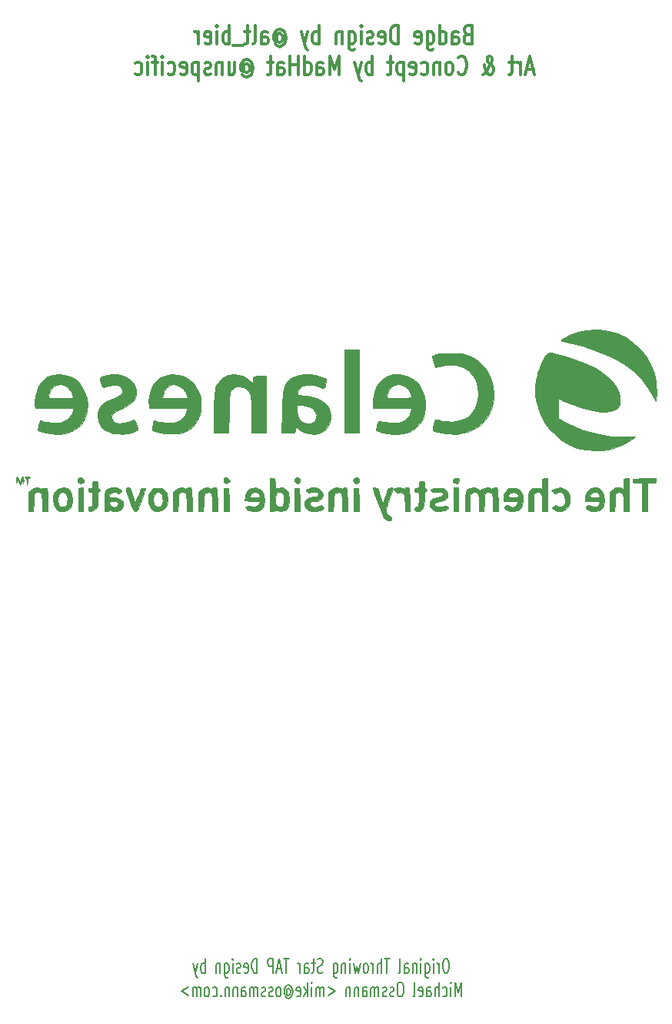
<source format=gbo>
G04 #@! TF.FileFunction,Legend,Bot*
%FSLAX46Y46*%
G04 Gerber Fmt 4.6, Leading zero omitted, Abs format (unit mm)*
G04 Created by KiCad (PCBNEW 4.0.7) date 10/05/18 09:29:34*
%MOMM*%
%LPD*%
G01*
G04 APERTURE LIST*
%ADD10C,0.100000*%
%ADD11C,0.304800*%
%ADD12C,0.200000*%
%ADD13C,0.010000*%
G04 APERTURE END LIST*
D10*
D11*
X124108029Y-99524457D02*
X123890315Y-99621219D01*
X123817743Y-99717981D01*
X123745172Y-99911505D01*
X123745172Y-100201790D01*
X123817743Y-100395314D01*
X123890315Y-100492076D01*
X124035457Y-100588838D01*
X124616029Y-100588838D01*
X124616029Y-98556838D01*
X124108029Y-98556838D01*
X123962886Y-98653600D01*
X123890315Y-98750362D01*
X123817743Y-98943886D01*
X123817743Y-99137410D01*
X123890315Y-99330933D01*
X123962886Y-99427695D01*
X124108029Y-99524457D01*
X124616029Y-99524457D01*
X122438886Y-100588838D02*
X122438886Y-99524457D01*
X122511457Y-99330933D01*
X122656600Y-99234171D01*
X122946886Y-99234171D01*
X123092029Y-99330933D01*
X122438886Y-100492076D02*
X122584029Y-100588838D01*
X122946886Y-100588838D01*
X123092029Y-100492076D01*
X123164600Y-100298552D01*
X123164600Y-100105029D01*
X123092029Y-99911505D01*
X122946886Y-99814743D01*
X122584029Y-99814743D01*
X122438886Y-99717981D01*
X121060029Y-100588838D02*
X121060029Y-98556838D01*
X121060029Y-100492076D02*
X121205172Y-100588838D01*
X121495458Y-100588838D01*
X121640600Y-100492076D01*
X121713172Y-100395314D01*
X121785743Y-100201790D01*
X121785743Y-99621219D01*
X121713172Y-99427695D01*
X121640600Y-99330933D01*
X121495458Y-99234171D01*
X121205172Y-99234171D01*
X121060029Y-99330933D01*
X119681172Y-99234171D02*
X119681172Y-100879124D01*
X119753743Y-101072648D01*
X119826315Y-101169410D01*
X119971458Y-101266171D01*
X120189172Y-101266171D01*
X120334315Y-101169410D01*
X119681172Y-100492076D02*
X119826315Y-100588838D01*
X120116601Y-100588838D01*
X120261743Y-100492076D01*
X120334315Y-100395314D01*
X120406886Y-100201790D01*
X120406886Y-99621219D01*
X120334315Y-99427695D01*
X120261743Y-99330933D01*
X120116601Y-99234171D01*
X119826315Y-99234171D01*
X119681172Y-99330933D01*
X118374886Y-100492076D02*
X118520029Y-100588838D01*
X118810315Y-100588838D01*
X118955458Y-100492076D01*
X119028029Y-100298552D01*
X119028029Y-99524457D01*
X118955458Y-99330933D01*
X118810315Y-99234171D01*
X118520029Y-99234171D01*
X118374886Y-99330933D01*
X118302315Y-99524457D01*
X118302315Y-99717981D01*
X119028029Y-99911505D01*
X116488029Y-100588838D02*
X116488029Y-98556838D01*
X116125172Y-98556838D01*
X115907457Y-98653600D01*
X115762315Y-98847124D01*
X115689743Y-99040648D01*
X115617172Y-99427695D01*
X115617172Y-99717981D01*
X115689743Y-100105029D01*
X115762315Y-100298552D01*
X115907457Y-100492076D01*
X116125172Y-100588838D01*
X116488029Y-100588838D01*
X114383457Y-100492076D02*
X114528600Y-100588838D01*
X114818886Y-100588838D01*
X114964029Y-100492076D01*
X115036600Y-100298552D01*
X115036600Y-99524457D01*
X114964029Y-99330933D01*
X114818886Y-99234171D01*
X114528600Y-99234171D01*
X114383457Y-99330933D01*
X114310886Y-99524457D01*
X114310886Y-99717981D01*
X115036600Y-99911505D01*
X113730314Y-100492076D02*
X113585171Y-100588838D01*
X113294886Y-100588838D01*
X113149743Y-100492076D01*
X113077171Y-100298552D01*
X113077171Y-100201790D01*
X113149743Y-100008267D01*
X113294886Y-99911505D01*
X113512600Y-99911505D01*
X113657743Y-99814743D01*
X113730314Y-99621219D01*
X113730314Y-99524457D01*
X113657743Y-99330933D01*
X113512600Y-99234171D01*
X113294886Y-99234171D01*
X113149743Y-99330933D01*
X112424029Y-100588838D02*
X112424029Y-99234171D01*
X112424029Y-98556838D02*
X112496600Y-98653600D01*
X112424029Y-98750362D01*
X112351457Y-98653600D01*
X112424029Y-98556838D01*
X112424029Y-98750362D01*
X111045172Y-99234171D02*
X111045172Y-100879124D01*
X111117743Y-101072648D01*
X111190315Y-101169410D01*
X111335458Y-101266171D01*
X111553172Y-101266171D01*
X111698315Y-101169410D01*
X111045172Y-100492076D02*
X111190315Y-100588838D01*
X111480601Y-100588838D01*
X111625743Y-100492076D01*
X111698315Y-100395314D01*
X111770886Y-100201790D01*
X111770886Y-99621219D01*
X111698315Y-99427695D01*
X111625743Y-99330933D01*
X111480601Y-99234171D01*
X111190315Y-99234171D01*
X111045172Y-99330933D01*
X110319458Y-99234171D02*
X110319458Y-100588838D01*
X110319458Y-99427695D02*
X110246886Y-99330933D01*
X110101744Y-99234171D01*
X109884029Y-99234171D01*
X109738886Y-99330933D01*
X109666315Y-99524457D01*
X109666315Y-100588838D01*
X107779458Y-100588838D02*
X107779458Y-98556838D01*
X107779458Y-99330933D02*
X107634315Y-99234171D01*
X107344029Y-99234171D01*
X107198886Y-99330933D01*
X107126315Y-99427695D01*
X107053744Y-99621219D01*
X107053744Y-100201790D01*
X107126315Y-100395314D01*
X107198886Y-100492076D01*
X107344029Y-100588838D01*
X107634315Y-100588838D01*
X107779458Y-100492076D01*
X106545744Y-99234171D02*
X106182887Y-100588838D01*
X105820029Y-99234171D02*
X106182887Y-100588838D01*
X106328029Y-101072648D01*
X106400601Y-101169410D01*
X106545744Y-101266171D01*
X103134886Y-99621219D02*
X103207458Y-99524457D01*
X103352601Y-99427695D01*
X103497743Y-99427695D01*
X103642886Y-99524457D01*
X103715458Y-99621219D01*
X103788029Y-99814743D01*
X103788029Y-100008267D01*
X103715458Y-100201790D01*
X103642886Y-100298552D01*
X103497743Y-100395314D01*
X103352601Y-100395314D01*
X103207458Y-100298552D01*
X103134886Y-100201790D01*
X103134886Y-99427695D02*
X103134886Y-100201790D01*
X103062315Y-100298552D01*
X102989743Y-100298552D01*
X102844601Y-100201790D01*
X102772029Y-100008267D01*
X102772029Y-99524457D01*
X102917172Y-99234171D01*
X103134886Y-99040648D01*
X103425172Y-98943886D01*
X103715458Y-99040648D01*
X103933172Y-99234171D01*
X104078315Y-99524457D01*
X104150886Y-99911505D01*
X104078315Y-100298552D01*
X103933172Y-100588838D01*
X103715458Y-100782362D01*
X103425172Y-100879124D01*
X103134886Y-100782362D01*
X102917172Y-100588838D01*
X101465743Y-100588838D02*
X101465743Y-99524457D01*
X101538314Y-99330933D01*
X101683457Y-99234171D01*
X101973743Y-99234171D01*
X102118886Y-99330933D01*
X101465743Y-100492076D02*
X101610886Y-100588838D01*
X101973743Y-100588838D01*
X102118886Y-100492076D01*
X102191457Y-100298552D01*
X102191457Y-100105029D01*
X102118886Y-99911505D01*
X101973743Y-99814743D01*
X101610886Y-99814743D01*
X101465743Y-99717981D01*
X100522315Y-100588838D02*
X100667457Y-100492076D01*
X100740029Y-100298552D01*
X100740029Y-98556838D01*
X100159457Y-99234171D02*
X99578886Y-99234171D01*
X99941743Y-98556838D02*
X99941743Y-100298552D01*
X99869171Y-100492076D01*
X99724029Y-100588838D01*
X99578886Y-100588838D01*
X99433743Y-100782362D02*
X98272600Y-100782362D01*
X97909743Y-100588838D02*
X97909743Y-98556838D01*
X97909743Y-99330933D02*
X97764600Y-99234171D01*
X97474314Y-99234171D01*
X97329171Y-99330933D01*
X97256600Y-99427695D01*
X97184029Y-99621219D01*
X97184029Y-100201790D01*
X97256600Y-100395314D01*
X97329171Y-100492076D01*
X97474314Y-100588838D01*
X97764600Y-100588838D01*
X97909743Y-100492076D01*
X96530886Y-100588838D02*
X96530886Y-99234171D01*
X96530886Y-98556838D02*
X96603457Y-98653600D01*
X96530886Y-98750362D01*
X96458314Y-98653600D01*
X96530886Y-98556838D01*
X96530886Y-98750362D01*
X95224600Y-100492076D02*
X95369743Y-100588838D01*
X95660029Y-100588838D01*
X95805172Y-100492076D01*
X95877743Y-100298552D01*
X95877743Y-99524457D01*
X95805172Y-99330933D01*
X95660029Y-99234171D01*
X95369743Y-99234171D01*
X95224600Y-99330933D01*
X95152029Y-99524457D01*
X95152029Y-99717981D01*
X95877743Y-99911505D01*
X94498886Y-100588838D02*
X94498886Y-99234171D01*
X94498886Y-99621219D02*
X94426314Y-99427695D01*
X94353743Y-99330933D01*
X94208600Y-99234171D01*
X94063457Y-99234171D01*
X131365171Y-103361067D02*
X130639457Y-103361067D01*
X131510314Y-103941638D02*
X131002314Y-101909638D01*
X130494314Y-103941638D01*
X129986314Y-103941638D02*
X129986314Y-102586971D01*
X129986314Y-102974019D02*
X129913742Y-102780495D01*
X129841171Y-102683733D01*
X129696028Y-102586971D01*
X129550885Y-102586971D01*
X129260599Y-102586971D02*
X128680028Y-102586971D01*
X129042885Y-101909638D02*
X129042885Y-103651352D01*
X128970313Y-103844876D01*
X128825171Y-103941638D01*
X128680028Y-103941638D01*
X125777171Y-103941638D02*
X125849742Y-103941638D01*
X125994885Y-103844876D01*
X126212599Y-103554590D01*
X126575456Y-102974019D01*
X126720599Y-102683733D01*
X126793171Y-102393448D01*
X126793171Y-102199924D01*
X126720599Y-102006400D01*
X126575456Y-101909638D01*
X126502885Y-101909638D01*
X126357742Y-102006400D01*
X126285171Y-102199924D01*
X126285171Y-102296686D01*
X126357742Y-102490210D01*
X126430313Y-102586971D01*
X126865742Y-102974019D01*
X126938313Y-103070781D01*
X127010885Y-103264305D01*
X127010885Y-103554590D01*
X126938313Y-103748114D01*
X126865742Y-103844876D01*
X126720599Y-103941638D01*
X126502885Y-103941638D01*
X126357742Y-103844876D01*
X126285171Y-103748114D01*
X126067456Y-103361067D01*
X125994885Y-103070781D01*
X125994885Y-102877257D01*
X123092028Y-103748114D02*
X123164599Y-103844876D01*
X123382313Y-103941638D01*
X123527456Y-103941638D01*
X123745171Y-103844876D01*
X123890313Y-103651352D01*
X123962885Y-103457829D01*
X124035456Y-103070781D01*
X124035456Y-102780495D01*
X123962885Y-102393448D01*
X123890313Y-102199924D01*
X123745171Y-102006400D01*
X123527456Y-101909638D01*
X123382313Y-101909638D01*
X123164599Y-102006400D01*
X123092028Y-102103162D01*
X122221171Y-103941638D02*
X122366313Y-103844876D01*
X122438885Y-103748114D01*
X122511456Y-103554590D01*
X122511456Y-102974019D01*
X122438885Y-102780495D01*
X122366313Y-102683733D01*
X122221171Y-102586971D01*
X122003456Y-102586971D01*
X121858313Y-102683733D01*
X121785742Y-102780495D01*
X121713171Y-102974019D01*
X121713171Y-103554590D01*
X121785742Y-103748114D01*
X121858313Y-103844876D01*
X122003456Y-103941638D01*
X122221171Y-103941638D01*
X121060028Y-102586971D02*
X121060028Y-103941638D01*
X121060028Y-102780495D02*
X120987456Y-102683733D01*
X120842314Y-102586971D01*
X120624599Y-102586971D01*
X120479456Y-102683733D01*
X120406885Y-102877257D01*
X120406885Y-103941638D01*
X119028028Y-103844876D02*
X119173171Y-103941638D01*
X119463457Y-103941638D01*
X119608599Y-103844876D01*
X119681171Y-103748114D01*
X119753742Y-103554590D01*
X119753742Y-102974019D01*
X119681171Y-102780495D01*
X119608599Y-102683733D01*
X119463457Y-102586971D01*
X119173171Y-102586971D01*
X119028028Y-102683733D01*
X117794313Y-103844876D02*
X117939456Y-103941638D01*
X118229742Y-103941638D01*
X118374885Y-103844876D01*
X118447456Y-103651352D01*
X118447456Y-102877257D01*
X118374885Y-102683733D01*
X118229742Y-102586971D01*
X117939456Y-102586971D01*
X117794313Y-102683733D01*
X117721742Y-102877257D01*
X117721742Y-103070781D01*
X118447456Y-103264305D01*
X117068599Y-102586971D02*
X117068599Y-104618971D01*
X117068599Y-102683733D02*
X116923456Y-102586971D01*
X116633170Y-102586971D01*
X116488027Y-102683733D01*
X116415456Y-102780495D01*
X116342885Y-102974019D01*
X116342885Y-103554590D01*
X116415456Y-103748114D01*
X116488027Y-103844876D01*
X116633170Y-103941638D01*
X116923456Y-103941638D01*
X117068599Y-103844876D01*
X115907456Y-102586971D02*
X115326885Y-102586971D01*
X115689742Y-101909638D02*
X115689742Y-103651352D01*
X115617170Y-103844876D01*
X115472028Y-103941638D01*
X115326885Y-103941638D01*
X113657742Y-103941638D02*
X113657742Y-101909638D01*
X113657742Y-102683733D02*
X113512599Y-102586971D01*
X113222313Y-102586971D01*
X113077170Y-102683733D01*
X113004599Y-102780495D01*
X112932028Y-102974019D01*
X112932028Y-103554590D01*
X113004599Y-103748114D01*
X113077170Y-103844876D01*
X113222313Y-103941638D01*
X113512599Y-103941638D01*
X113657742Y-103844876D01*
X112424028Y-102586971D02*
X112061171Y-103941638D01*
X111698313Y-102586971D02*
X112061171Y-103941638D01*
X112206313Y-104425448D01*
X112278885Y-104522210D01*
X112424028Y-104618971D01*
X109956599Y-103941638D02*
X109956599Y-101909638D01*
X109448599Y-103361067D01*
X108940599Y-101909638D01*
X108940599Y-103941638D01*
X107561742Y-103941638D02*
X107561742Y-102877257D01*
X107634313Y-102683733D01*
X107779456Y-102586971D01*
X108069742Y-102586971D01*
X108214885Y-102683733D01*
X107561742Y-103844876D02*
X107706885Y-103941638D01*
X108069742Y-103941638D01*
X108214885Y-103844876D01*
X108287456Y-103651352D01*
X108287456Y-103457829D01*
X108214885Y-103264305D01*
X108069742Y-103167543D01*
X107706885Y-103167543D01*
X107561742Y-103070781D01*
X106182885Y-103941638D02*
X106182885Y-101909638D01*
X106182885Y-103844876D02*
X106328028Y-103941638D01*
X106618314Y-103941638D01*
X106763456Y-103844876D01*
X106836028Y-103748114D01*
X106908599Y-103554590D01*
X106908599Y-102974019D01*
X106836028Y-102780495D01*
X106763456Y-102683733D01*
X106618314Y-102586971D01*
X106328028Y-102586971D01*
X106182885Y-102683733D01*
X105457171Y-103941638D02*
X105457171Y-101909638D01*
X105457171Y-102877257D02*
X104586314Y-102877257D01*
X104586314Y-103941638D02*
X104586314Y-101909638D01*
X103207457Y-103941638D02*
X103207457Y-102877257D01*
X103280028Y-102683733D01*
X103425171Y-102586971D01*
X103715457Y-102586971D01*
X103860600Y-102683733D01*
X103207457Y-103844876D02*
X103352600Y-103941638D01*
X103715457Y-103941638D01*
X103860600Y-103844876D01*
X103933171Y-103651352D01*
X103933171Y-103457829D01*
X103860600Y-103264305D01*
X103715457Y-103167543D01*
X103352600Y-103167543D01*
X103207457Y-103070781D01*
X102699457Y-102586971D02*
X102118886Y-102586971D01*
X102481743Y-101909638D02*
X102481743Y-103651352D01*
X102409171Y-103844876D01*
X102264029Y-103941638D01*
X102118886Y-103941638D01*
X99506314Y-102974019D02*
X99578886Y-102877257D01*
X99724029Y-102780495D01*
X99869171Y-102780495D01*
X100014314Y-102877257D01*
X100086886Y-102974019D01*
X100159457Y-103167543D01*
X100159457Y-103361067D01*
X100086886Y-103554590D01*
X100014314Y-103651352D01*
X99869171Y-103748114D01*
X99724029Y-103748114D01*
X99578886Y-103651352D01*
X99506314Y-103554590D01*
X99506314Y-102780495D02*
X99506314Y-103554590D01*
X99433743Y-103651352D01*
X99361171Y-103651352D01*
X99216029Y-103554590D01*
X99143457Y-103361067D01*
X99143457Y-102877257D01*
X99288600Y-102586971D01*
X99506314Y-102393448D01*
X99796600Y-102296686D01*
X100086886Y-102393448D01*
X100304600Y-102586971D01*
X100449743Y-102877257D01*
X100522314Y-103264305D01*
X100449743Y-103651352D01*
X100304600Y-103941638D01*
X100086886Y-104135162D01*
X99796600Y-104231924D01*
X99506314Y-104135162D01*
X99288600Y-103941638D01*
X97837171Y-102586971D02*
X97837171Y-103941638D01*
X98490314Y-102586971D02*
X98490314Y-103651352D01*
X98417742Y-103844876D01*
X98272600Y-103941638D01*
X98054885Y-103941638D01*
X97909742Y-103844876D01*
X97837171Y-103748114D01*
X97111457Y-102586971D02*
X97111457Y-103941638D01*
X97111457Y-102780495D02*
X97038885Y-102683733D01*
X96893743Y-102586971D01*
X96676028Y-102586971D01*
X96530885Y-102683733D01*
X96458314Y-102877257D01*
X96458314Y-103941638D01*
X95805171Y-103844876D02*
X95660028Y-103941638D01*
X95369743Y-103941638D01*
X95224600Y-103844876D01*
X95152028Y-103651352D01*
X95152028Y-103554590D01*
X95224600Y-103361067D01*
X95369743Y-103264305D01*
X95587457Y-103264305D01*
X95732600Y-103167543D01*
X95805171Y-102974019D01*
X95805171Y-102877257D01*
X95732600Y-102683733D01*
X95587457Y-102586971D01*
X95369743Y-102586971D01*
X95224600Y-102683733D01*
X94498886Y-102586971D02*
X94498886Y-104618971D01*
X94498886Y-102683733D02*
X94353743Y-102586971D01*
X94063457Y-102586971D01*
X93918314Y-102683733D01*
X93845743Y-102780495D01*
X93773172Y-102974019D01*
X93773172Y-103554590D01*
X93845743Y-103748114D01*
X93918314Y-103844876D01*
X94063457Y-103941638D01*
X94353743Y-103941638D01*
X94498886Y-103844876D01*
X92539457Y-103844876D02*
X92684600Y-103941638D01*
X92974886Y-103941638D01*
X93120029Y-103844876D01*
X93192600Y-103651352D01*
X93192600Y-102877257D01*
X93120029Y-102683733D01*
X92974886Y-102586971D01*
X92684600Y-102586971D01*
X92539457Y-102683733D01*
X92466886Y-102877257D01*
X92466886Y-103070781D01*
X93192600Y-103264305D01*
X91160600Y-103844876D02*
X91305743Y-103941638D01*
X91596029Y-103941638D01*
X91741171Y-103844876D01*
X91813743Y-103748114D01*
X91886314Y-103554590D01*
X91886314Y-102974019D01*
X91813743Y-102780495D01*
X91741171Y-102683733D01*
X91596029Y-102586971D01*
X91305743Y-102586971D01*
X91160600Y-102683733D01*
X90507457Y-103941638D02*
X90507457Y-102586971D01*
X90507457Y-101909638D02*
X90580028Y-102006400D01*
X90507457Y-102103162D01*
X90434885Y-102006400D01*
X90507457Y-101909638D01*
X90507457Y-102103162D01*
X89999457Y-102586971D02*
X89418886Y-102586971D01*
X89781743Y-103941638D02*
X89781743Y-102199924D01*
X89709171Y-102006400D01*
X89564029Y-101909638D01*
X89418886Y-101909638D01*
X88910886Y-103941638D02*
X88910886Y-102586971D01*
X88910886Y-101909638D02*
X88983457Y-102006400D01*
X88910886Y-102103162D01*
X88838314Y-102006400D01*
X88910886Y-101909638D01*
X88910886Y-102103162D01*
X87532029Y-103844876D02*
X87677172Y-103941638D01*
X87967458Y-103941638D01*
X88112600Y-103844876D01*
X88185172Y-103748114D01*
X88257743Y-103554590D01*
X88257743Y-102974019D01*
X88185172Y-102780495D01*
X88112600Y-102683733D01*
X87967458Y-102586971D01*
X87677172Y-102586971D01*
X87532029Y-102683733D01*
D12*
X121835726Y-201150810D02*
X121645249Y-201150810D01*
X121550011Y-201227000D01*
X121454773Y-201379381D01*
X121407154Y-201684143D01*
X121407154Y-202217476D01*
X121454773Y-202522238D01*
X121550011Y-202674619D01*
X121645249Y-202750810D01*
X121835726Y-202750810D01*
X121930964Y-202674619D01*
X122026202Y-202522238D01*
X122073821Y-202217476D01*
X122073821Y-201684143D01*
X122026202Y-201379381D01*
X121930964Y-201227000D01*
X121835726Y-201150810D01*
X120978583Y-202750810D02*
X120978583Y-201684143D01*
X120978583Y-201988905D02*
X120930964Y-201836524D01*
X120883345Y-201760333D01*
X120788107Y-201684143D01*
X120692868Y-201684143D01*
X120359535Y-202750810D02*
X120359535Y-201684143D01*
X120359535Y-201150810D02*
X120407154Y-201227000D01*
X120359535Y-201303190D01*
X120311916Y-201227000D01*
X120359535Y-201150810D01*
X120359535Y-201303190D01*
X119454773Y-201684143D02*
X119454773Y-202979381D01*
X119502392Y-203131762D01*
X119550011Y-203207952D01*
X119645250Y-203284143D01*
X119788107Y-203284143D01*
X119883345Y-203207952D01*
X119454773Y-202674619D02*
X119550011Y-202750810D01*
X119740488Y-202750810D01*
X119835726Y-202674619D01*
X119883345Y-202598429D01*
X119930964Y-202446048D01*
X119930964Y-201988905D01*
X119883345Y-201836524D01*
X119835726Y-201760333D01*
X119740488Y-201684143D01*
X119550011Y-201684143D01*
X119454773Y-201760333D01*
X118978583Y-202750810D02*
X118978583Y-201684143D01*
X118978583Y-201150810D02*
X119026202Y-201227000D01*
X118978583Y-201303190D01*
X118930964Y-201227000D01*
X118978583Y-201150810D01*
X118978583Y-201303190D01*
X118502393Y-201684143D02*
X118502393Y-202750810D01*
X118502393Y-201836524D02*
X118454774Y-201760333D01*
X118359536Y-201684143D01*
X118216678Y-201684143D01*
X118121440Y-201760333D01*
X118073821Y-201912714D01*
X118073821Y-202750810D01*
X117169059Y-202750810D02*
X117169059Y-201912714D01*
X117216678Y-201760333D01*
X117311916Y-201684143D01*
X117502393Y-201684143D01*
X117597631Y-201760333D01*
X117169059Y-202674619D02*
X117264297Y-202750810D01*
X117502393Y-202750810D01*
X117597631Y-202674619D01*
X117645250Y-202522238D01*
X117645250Y-202369857D01*
X117597631Y-202217476D01*
X117502393Y-202141286D01*
X117264297Y-202141286D01*
X117169059Y-202065095D01*
X116550012Y-202750810D02*
X116645250Y-202674619D01*
X116692869Y-202522238D01*
X116692869Y-201150810D01*
X115550011Y-201150810D02*
X114978582Y-201150810D01*
X115264297Y-202750810D02*
X115264297Y-201150810D01*
X114645249Y-202750810D02*
X114645249Y-201150810D01*
X114216677Y-202750810D02*
X114216677Y-201912714D01*
X114264296Y-201760333D01*
X114359534Y-201684143D01*
X114502392Y-201684143D01*
X114597630Y-201760333D01*
X114645249Y-201836524D01*
X113740487Y-202750810D02*
X113740487Y-201684143D01*
X113740487Y-201988905D02*
X113692868Y-201836524D01*
X113645249Y-201760333D01*
X113550011Y-201684143D01*
X113454772Y-201684143D01*
X112978582Y-202750810D02*
X113073820Y-202674619D01*
X113121439Y-202598429D01*
X113169058Y-202446048D01*
X113169058Y-201988905D01*
X113121439Y-201836524D01*
X113073820Y-201760333D01*
X112978582Y-201684143D01*
X112835724Y-201684143D01*
X112740486Y-201760333D01*
X112692867Y-201836524D01*
X112645248Y-201988905D01*
X112645248Y-202446048D01*
X112692867Y-202598429D01*
X112740486Y-202674619D01*
X112835724Y-202750810D01*
X112978582Y-202750810D01*
X112311915Y-201684143D02*
X112121439Y-202750810D01*
X111930962Y-201988905D01*
X111740486Y-202750810D01*
X111550010Y-201684143D01*
X111169058Y-202750810D02*
X111169058Y-201684143D01*
X111169058Y-201150810D02*
X111216677Y-201227000D01*
X111169058Y-201303190D01*
X111121439Y-201227000D01*
X111169058Y-201150810D01*
X111169058Y-201303190D01*
X110692868Y-201684143D02*
X110692868Y-202750810D01*
X110692868Y-201836524D02*
X110645249Y-201760333D01*
X110550011Y-201684143D01*
X110407153Y-201684143D01*
X110311915Y-201760333D01*
X110264296Y-201912714D01*
X110264296Y-202750810D01*
X109359534Y-201684143D02*
X109359534Y-202979381D01*
X109407153Y-203131762D01*
X109454772Y-203207952D01*
X109550011Y-203284143D01*
X109692868Y-203284143D01*
X109788106Y-203207952D01*
X109359534Y-202674619D02*
X109454772Y-202750810D01*
X109645249Y-202750810D01*
X109740487Y-202674619D01*
X109788106Y-202598429D01*
X109835725Y-202446048D01*
X109835725Y-201988905D01*
X109788106Y-201836524D01*
X109740487Y-201760333D01*
X109645249Y-201684143D01*
X109454772Y-201684143D01*
X109359534Y-201760333D01*
X108169058Y-202674619D02*
X108026201Y-202750810D01*
X107788105Y-202750810D01*
X107692867Y-202674619D01*
X107645248Y-202598429D01*
X107597629Y-202446048D01*
X107597629Y-202293667D01*
X107645248Y-202141286D01*
X107692867Y-202065095D01*
X107788105Y-201988905D01*
X107978582Y-201912714D01*
X108073820Y-201836524D01*
X108121439Y-201760333D01*
X108169058Y-201607952D01*
X108169058Y-201455571D01*
X108121439Y-201303190D01*
X108073820Y-201227000D01*
X107978582Y-201150810D01*
X107740486Y-201150810D01*
X107597629Y-201227000D01*
X107311915Y-201684143D02*
X106930963Y-201684143D01*
X107169058Y-201150810D02*
X107169058Y-202522238D01*
X107121439Y-202674619D01*
X107026201Y-202750810D01*
X106930963Y-202750810D01*
X106169057Y-202750810D02*
X106169057Y-201912714D01*
X106216676Y-201760333D01*
X106311914Y-201684143D01*
X106502391Y-201684143D01*
X106597629Y-201760333D01*
X106169057Y-202674619D02*
X106264295Y-202750810D01*
X106502391Y-202750810D01*
X106597629Y-202674619D01*
X106645248Y-202522238D01*
X106645248Y-202369857D01*
X106597629Y-202217476D01*
X106502391Y-202141286D01*
X106264295Y-202141286D01*
X106169057Y-202065095D01*
X105692867Y-202750810D02*
X105692867Y-201684143D01*
X105692867Y-201988905D02*
X105645248Y-201836524D01*
X105597629Y-201760333D01*
X105502391Y-201684143D01*
X105407152Y-201684143D01*
X104454771Y-201150810D02*
X103883342Y-201150810D01*
X104169057Y-202750810D02*
X104169057Y-201150810D01*
X103597628Y-202293667D02*
X103121437Y-202293667D01*
X103692866Y-202750810D02*
X103359533Y-201150810D01*
X103026199Y-202750810D01*
X102692866Y-202750810D02*
X102692866Y-201150810D01*
X102311913Y-201150810D01*
X102216675Y-201227000D01*
X102169056Y-201303190D01*
X102121437Y-201455571D01*
X102121437Y-201684143D01*
X102169056Y-201836524D01*
X102216675Y-201912714D01*
X102311913Y-201988905D01*
X102692866Y-201988905D01*
X100930961Y-202750810D02*
X100930961Y-201150810D01*
X100692866Y-201150810D01*
X100550008Y-201227000D01*
X100454770Y-201379381D01*
X100407151Y-201531762D01*
X100359532Y-201836524D01*
X100359532Y-202065095D01*
X100407151Y-202369857D01*
X100454770Y-202522238D01*
X100550008Y-202674619D01*
X100692866Y-202750810D01*
X100930961Y-202750810D01*
X99550008Y-202674619D02*
X99645246Y-202750810D01*
X99835723Y-202750810D01*
X99930961Y-202674619D01*
X99978580Y-202522238D01*
X99978580Y-201912714D01*
X99930961Y-201760333D01*
X99835723Y-201684143D01*
X99645246Y-201684143D01*
X99550008Y-201760333D01*
X99502389Y-201912714D01*
X99502389Y-202065095D01*
X99978580Y-202217476D01*
X99121437Y-202674619D02*
X99026199Y-202750810D01*
X98835723Y-202750810D01*
X98740484Y-202674619D01*
X98692865Y-202522238D01*
X98692865Y-202446048D01*
X98740484Y-202293667D01*
X98835723Y-202217476D01*
X98978580Y-202217476D01*
X99073818Y-202141286D01*
X99121437Y-201988905D01*
X99121437Y-201912714D01*
X99073818Y-201760333D01*
X98978580Y-201684143D01*
X98835723Y-201684143D01*
X98740484Y-201760333D01*
X98264294Y-202750810D02*
X98264294Y-201684143D01*
X98264294Y-201150810D02*
X98311913Y-201227000D01*
X98264294Y-201303190D01*
X98216675Y-201227000D01*
X98264294Y-201150810D01*
X98264294Y-201303190D01*
X97359532Y-201684143D02*
X97359532Y-202979381D01*
X97407151Y-203131762D01*
X97454770Y-203207952D01*
X97550009Y-203284143D01*
X97692866Y-203284143D01*
X97788104Y-203207952D01*
X97359532Y-202674619D02*
X97454770Y-202750810D01*
X97645247Y-202750810D01*
X97740485Y-202674619D01*
X97788104Y-202598429D01*
X97835723Y-202446048D01*
X97835723Y-201988905D01*
X97788104Y-201836524D01*
X97740485Y-201760333D01*
X97645247Y-201684143D01*
X97454770Y-201684143D01*
X97359532Y-201760333D01*
X96883342Y-201684143D02*
X96883342Y-202750810D01*
X96883342Y-201836524D02*
X96835723Y-201760333D01*
X96740485Y-201684143D01*
X96597627Y-201684143D01*
X96502389Y-201760333D01*
X96454770Y-201912714D01*
X96454770Y-202750810D01*
X95216675Y-202750810D02*
X95216675Y-201150810D01*
X95216675Y-201760333D02*
X95121437Y-201684143D01*
X94930960Y-201684143D01*
X94835722Y-201760333D01*
X94788103Y-201836524D01*
X94740484Y-201988905D01*
X94740484Y-202446048D01*
X94788103Y-202598429D01*
X94835722Y-202674619D01*
X94930960Y-202750810D01*
X95121437Y-202750810D01*
X95216675Y-202674619D01*
X94407151Y-201684143D02*
X94169056Y-202750810D01*
X93930960Y-201684143D02*
X94169056Y-202750810D01*
X94264294Y-203131762D01*
X94311913Y-203207952D01*
X94407151Y-203284143D01*
X123430962Y-205350810D02*
X123430962Y-203750810D01*
X123097628Y-204893667D01*
X122764295Y-203750810D01*
X122764295Y-205350810D01*
X122288105Y-205350810D02*
X122288105Y-204284143D01*
X122288105Y-203750810D02*
X122335724Y-203827000D01*
X122288105Y-203903190D01*
X122240486Y-203827000D01*
X122288105Y-203750810D01*
X122288105Y-203903190D01*
X121383343Y-205274619D02*
X121478581Y-205350810D01*
X121669058Y-205350810D01*
X121764296Y-205274619D01*
X121811915Y-205198429D01*
X121859534Y-205046048D01*
X121859534Y-204588905D01*
X121811915Y-204436524D01*
X121764296Y-204360333D01*
X121669058Y-204284143D01*
X121478581Y-204284143D01*
X121383343Y-204360333D01*
X120954772Y-205350810D02*
X120954772Y-203750810D01*
X120526200Y-205350810D02*
X120526200Y-204512714D01*
X120573819Y-204360333D01*
X120669057Y-204284143D01*
X120811915Y-204284143D01*
X120907153Y-204360333D01*
X120954772Y-204436524D01*
X119621438Y-205350810D02*
X119621438Y-204512714D01*
X119669057Y-204360333D01*
X119764295Y-204284143D01*
X119954772Y-204284143D01*
X120050010Y-204360333D01*
X119621438Y-205274619D02*
X119716676Y-205350810D01*
X119954772Y-205350810D01*
X120050010Y-205274619D01*
X120097629Y-205122238D01*
X120097629Y-204969857D01*
X120050010Y-204817476D01*
X119954772Y-204741286D01*
X119716676Y-204741286D01*
X119621438Y-204665095D01*
X118764295Y-205274619D02*
X118859533Y-205350810D01*
X119050010Y-205350810D01*
X119145248Y-205274619D01*
X119192867Y-205122238D01*
X119192867Y-204512714D01*
X119145248Y-204360333D01*
X119050010Y-204284143D01*
X118859533Y-204284143D01*
X118764295Y-204360333D01*
X118716676Y-204512714D01*
X118716676Y-204665095D01*
X119192867Y-204817476D01*
X118145248Y-205350810D02*
X118240486Y-205274619D01*
X118288105Y-205122238D01*
X118288105Y-203750810D01*
X116811914Y-203750810D02*
X116621437Y-203750810D01*
X116526199Y-203827000D01*
X116430961Y-203979381D01*
X116383342Y-204284143D01*
X116383342Y-204817476D01*
X116430961Y-205122238D01*
X116526199Y-205274619D01*
X116621437Y-205350810D01*
X116811914Y-205350810D01*
X116907152Y-205274619D01*
X117002390Y-205122238D01*
X117050009Y-204817476D01*
X117050009Y-204284143D01*
X117002390Y-203979381D01*
X116907152Y-203827000D01*
X116811914Y-203750810D01*
X116002390Y-205274619D02*
X115907152Y-205350810D01*
X115716676Y-205350810D01*
X115621437Y-205274619D01*
X115573818Y-205122238D01*
X115573818Y-205046048D01*
X115621437Y-204893667D01*
X115716676Y-204817476D01*
X115859533Y-204817476D01*
X115954771Y-204741286D01*
X116002390Y-204588905D01*
X116002390Y-204512714D01*
X115954771Y-204360333D01*
X115859533Y-204284143D01*
X115716676Y-204284143D01*
X115621437Y-204360333D01*
X115192866Y-205274619D02*
X115097628Y-205350810D01*
X114907152Y-205350810D01*
X114811913Y-205274619D01*
X114764294Y-205122238D01*
X114764294Y-205046048D01*
X114811913Y-204893667D01*
X114907152Y-204817476D01*
X115050009Y-204817476D01*
X115145247Y-204741286D01*
X115192866Y-204588905D01*
X115192866Y-204512714D01*
X115145247Y-204360333D01*
X115050009Y-204284143D01*
X114907152Y-204284143D01*
X114811913Y-204360333D01*
X114335723Y-205350810D02*
X114335723Y-204284143D01*
X114335723Y-204436524D02*
X114288104Y-204360333D01*
X114192866Y-204284143D01*
X114050008Y-204284143D01*
X113954770Y-204360333D01*
X113907151Y-204512714D01*
X113907151Y-205350810D01*
X113907151Y-204512714D02*
X113859532Y-204360333D01*
X113764294Y-204284143D01*
X113621437Y-204284143D01*
X113526199Y-204360333D01*
X113478580Y-204512714D01*
X113478580Y-205350810D01*
X112573818Y-205350810D02*
X112573818Y-204512714D01*
X112621437Y-204360333D01*
X112716675Y-204284143D01*
X112907152Y-204284143D01*
X113002390Y-204360333D01*
X112573818Y-205274619D02*
X112669056Y-205350810D01*
X112907152Y-205350810D01*
X113002390Y-205274619D01*
X113050009Y-205122238D01*
X113050009Y-204969857D01*
X113002390Y-204817476D01*
X112907152Y-204741286D01*
X112669056Y-204741286D01*
X112573818Y-204665095D01*
X112097628Y-204284143D02*
X112097628Y-205350810D01*
X112097628Y-204436524D02*
X112050009Y-204360333D01*
X111954771Y-204284143D01*
X111811913Y-204284143D01*
X111716675Y-204360333D01*
X111669056Y-204512714D01*
X111669056Y-205350810D01*
X111192866Y-204284143D02*
X111192866Y-205350810D01*
X111192866Y-204436524D02*
X111145247Y-204360333D01*
X111050009Y-204284143D01*
X110907151Y-204284143D01*
X110811913Y-204360333D01*
X110764294Y-204512714D01*
X110764294Y-205350810D01*
X108764294Y-204284143D02*
X109526199Y-204741286D01*
X108764294Y-205198429D01*
X108288104Y-205350810D02*
X108288104Y-204284143D01*
X108288104Y-204436524D02*
X108240485Y-204360333D01*
X108145247Y-204284143D01*
X108002389Y-204284143D01*
X107907151Y-204360333D01*
X107859532Y-204512714D01*
X107859532Y-205350810D01*
X107859532Y-204512714D02*
X107811913Y-204360333D01*
X107716675Y-204284143D01*
X107573818Y-204284143D01*
X107478580Y-204360333D01*
X107430961Y-204512714D01*
X107430961Y-205350810D01*
X106954771Y-205350810D02*
X106954771Y-204284143D01*
X106954771Y-203750810D02*
X107002390Y-203827000D01*
X106954771Y-203903190D01*
X106907152Y-203827000D01*
X106954771Y-203750810D01*
X106954771Y-203903190D01*
X106478581Y-205350810D02*
X106478581Y-203750810D01*
X106383343Y-204741286D02*
X106097628Y-205350810D01*
X106097628Y-204284143D02*
X106478581Y-204893667D01*
X105288104Y-205274619D02*
X105383342Y-205350810D01*
X105573819Y-205350810D01*
X105669057Y-205274619D01*
X105716676Y-205122238D01*
X105716676Y-204512714D01*
X105669057Y-204360333D01*
X105573819Y-204284143D01*
X105383342Y-204284143D01*
X105288104Y-204360333D01*
X105240485Y-204512714D01*
X105240485Y-204665095D01*
X105716676Y-204817476D01*
X104192866Y-204588905D02*
X104240485Y-204512714D01*
X104335723Y-204436524D01*
X104430961Y-204436524D01*
X104526199Y-204512714D01*
X104573819Y-204588905D01*
X104621438Y-204741286D01*
X104621438Y-204893667D01*
X104573819Y-205046048D01*
X104526199Y-205122238D01*
X104430961Y-205198429D01*
X104335723Y-205198429D01*
X104240485Y-205122238D01*
X104192866Y-205046048D01*
X104192866Y-204436524D02*
X104192866Y-205046048D01*
X104145247Y-205122238D01*
X104097628Y-205122238D01*
X104002390Y-205046048D01*
X103954771Y-204893667D01*
X103954771Y-204512714D01*
X104050009Y-204284143D01*
X104192866Y-204131762D01*
X104383342Y-204055571D01*
X104573819Y-204131762D01*
X104716676Y-204284143D01*
X104811914Y-204512714D01*
X104859533Y-204817476D01*
X104811914Y-205122238D01*
X104716676Y-205350810D01*
X104573819Y-205503190D01*
X104383342Y-205579381D01*
X104192866Y-205503190D01*
X104050009Y-205350810D01*
X103383343Y-205350810D02*
X103478581Y-205274619D01*
X103526200Y-205198429D01*
X103573819Y-205046048D01*
X103573819Y-204588905D01*
X103526200Y-204436524D01*
X103478581Y-204360333D01*
X103383343Y-204284143D01*
X103240485Y-204284143D01*
X103145247Y-204360333D01*
X103097628Y-204436524D01*
X103050009Y-204588905D01*
X103050009Y-205046048D01*
X103097628Y-205198429D01*
X103145247Y-205274619D01*
X103240485Y-205350810D01*
X103383343Y-205350810D01*
X102669057Y-205274619D02*
X102573819Y-205350810D01*
X102383343Y-205350810D01*
X102288104Y-205274619D01*
X102240485Y-205122238D01*
X102240485Y-205046048D01*
X102288104Y-204893667D01*
X102383343Y-204817476D01*
X102526200Y-204817476D01*
X102621438Y-204741286D01*
X102669057Y-204588905D01*
X102669057Y-204512714D01*
X102621438Y-204360333D01*
X102526200Y-204284143D01*
X102383343Y-204284143D01*
X102288104Y-204360333D01*
X101859533Y-205274619D02*
X101764295Y-205350810D01*
X101573819Y-205350810D01*
X101478580Y-205274619D01*
X101430961Y-205122238D01*
X101430961Y-205046048D01*
X101478580Y-204893667D01*
X101573819Y-204817476D01*
X101716676Y-204817476D01*
X101811914Y-204741286D01*
X101859533Y-204588905D01*
X101859533Y-204512714D01*
X101811914Y-204360333D01*
X101716676Y-204284143D01*
X101573819Y-204284143D01*
X101478580Y-204360333D01*
X101002390Y-205350810D02*
X101002390Y-204284143D01*
X101002390Y-204436524D02*
X100954771Y-204360333D01*
X100859533Y-204284143D01*
X100716675Y-204284143D01*
X100621437Y-204360333D01*
X100573818Y-204512714D01*
X100573818Y-205350810D01*
X100573818Y-204512714D02*
X100526199Y-204360333D01*
X100430961Y-204284143D01*
X100288104Y-204284143D01*
X100192866Y-204360333D01*
X100145247Y-204512714D01*
X100145247Y-205350810D01*
X99240485Y-205350810D02*
X99240485Y-204512714D01*
X99288104Y-204360333D01*
X99383342Y-204284143D01*
X99573819Y-204284143D01*
X99669057Y-204360333D01*
X99240485Y-205274619D02*
X99335723Y-205350810D01*
X99573819Y-205350810D01*
X99669057Y-205274619D01*
X99716676Y-205122238D01*
X99716676Y-204969857D01*
X99669057Y-204817476D01*
X99573819Y-204741286D01*
X99335723Y-204741286D01*
X99240485Y-204665095D01*
X98764295Y-204284143D02*
X98764295Y-205350810D01*
X98764295Y-204436524D02*
X98716676Y-204360333D01*
X98621438Y-204284143D01*
X98478580Y-204284143D01*
X98383342Y-204360333D01*
X98335723Y-204512714D01*
X98335723Y-205350810D01*
X97859533Y-204284143D02*
X97859533Y-205350810D01*
X97859533Y-204436524D02*
X97811914Y-204360333D01*
X97716676Y-204284143D01*
X97573818Y-204284143D01*
X97478580Y-204360333D01*
X97430961Y-204512714D01*
X97430961Y-205350810D01*
X96954771Y-205198429D02*
X96907152Y-205274619D01*
X96954771Y-205350810D01*
X97002390Y-205274619D01*
X96954771Y-205198429D01*
X96954771Y-205350810D01*
X96050009Y-205274619D02*
X96145247Y-205350810D01*
X96335724Y-205350810D01*
X96430962Y-205274619D01*
X96478581Y-205198429D01*
X96526200Y-205046048D01*
X96526200Y-204588905D01*
X96478581Y-204436524D01*
X96430962Y-204360333D01*
X96335724Y-204284143D01*
X96145247Y-204284143D01*
X96050009Y-204360333D01*
X95478581Y-205350810D02*
X95573819Y-205274619D01*
X95621438Y-205198429D01*
X95669057Y-205046048D01*
X95669057Y-204588905D01*
X95621438Y-204436524D01*
X95573819Y-204360333D01*
X95478581Y-204284143D01*
X95335723Y-204284143D01*
X95240485Y-204360333D01*
X95192866Y-204436524D01*
X95145247Y-204588905D01*
X95145247Y-205046048D01*
X95192866Y-205198429D01*
X95240485Y-205274619D01*
X95335723Y-205350810D01*
X95478581Y-205350810D01*
X94716676Y-205350810D02*
X94716676Y-204284143D01*
X94716676Y-204436524D02*
X94669057Y-204360333D01*
X94573819Y-204284143D01*
X94430961Y-204284143D01*
X94335723Y-204360333D01*
X94288104Y-204512714D01*
X94288104Y-205350810D01*
X94288104Y-204512714D02*
X94240485Y-204360333D01*
X94145247Y-204284143D01*
X94002390Y-204284143D01*
X93907152Y-204360333D01*
X93859533Y-204512714D01*
X93859533Y-205350810D01*
X93383343Y-204284143D02*
X92621438Y-204741286D01*
X93383343Y-205198429D01*
D13*
G36*
X115692767Y-149372414D02*
X115538540Y-149404442D01*
X115423844Y-149471030D01*
X115328128Y-149602565D01*
X115230842Y-149829437D01*
X115111438Y-150182033D01*
X115080864Y-150277294D01*
X114970678Y-150607434D01*
X114875383Y-150866264D01*
X114808404Y-151018645D01*
X114787840Y-151044404D01*
X114744606Y-150968521D01*
X114666318Y-150764805D01*
X114565636Y-150467892D01*
X114493797Y-150240071D01*
X114385019Y-149900136D01*
X114290030Y-149629953D01*
X114221622Y-149464507D01*
X114197464Y-149429705D01*
X114085548Y-149412301D01*
X113904517Y-149383102D01*
X113736564Y-149369648D01*
X113691737Y-149433046D01*
X113713766Y-149551970D01*
X113779204Y-149770293D01*
X113889678Y-150094331D01*
X114033193Y-150492901D01*
X114197750Y-150934821D01*
X114371353Y-151388907D01*
X114542005Y-151823977D01*
X114697708Y-152208848D01*
X114826465Y-152512336D01*
X114916279Y-152703260D01*
X114942982Y-152746947D01*
X115116138Y-152871361D01*
X115361472Y-152957552D01*
X115396433Y-152963987D01*
X115603114Y-152988528D01*
X115692397Y-152949762D01*
X115713524Y-152814462D01*
X115713933Y-152749745D01*
X115689470Y-152558576D01*
X115597799Y-152488579D01*
X115546552Y-152484667D01*
X115372577Y-152410653D01*
X115215599Y-152227513D01*
X115117606Y-151993599D01*
X115103931Y-151869543D01*
X115134060Y-151721182D01*
X115213639Y-151451453D01*
X115331043Y-151096923D01*
X115474647Y-150694161D01*
X115495515Y-150637795D01*
X115672295Y-150156229D01*
X115790637Y-149811005D01*
X115853865Y-149580796D01*
X115865302Y-149444277D01*
X115828274Y-149380122D01*
X115746105Y-149367004D01*
X115692767Y-149372414D01*
X115692767Y-149372414D01*
G37*
X115692767Y-149372414D02*
X115538540Y-149404442D01*
X115423844Y-149471030D01*
X115328128Y-149602565D01*
X115230842Y-149829437D01*
X115111438Y-150182033D01*
X115080864Y-150277294D01*
X114970678Y-150607434D01*
X114875383Y-150866264D01*
X114808404Y-151018645D01*
X114787840Y-151044404D01*
X114744606Y-150968521D01*
X114666318Y-150764805D01*
X114565636Y-150467892D01*
X114493797Y-150240071D01*
X114385019Y-149900136D01*
X114290030Y-149629953D01*
X114221622Y-149464507D01*
X114197464Y-149429705D01*
X114085548Y-149412301D01*
X113904517Y-149383102D01*
X113736564Y-149369648D01*
X113691737Y-149433046D01*
X113713766Y-149551970D01*
X113779204Y-149770293D01*
X113889678Y-150094331D01*
X114033193Y-150492901D01*
X114197750Y-150934821D01*
X114371353Y-151388907D01*
X114542005Y-151823977D01*
X114697708Y-152208848D01*
X114826465Y-152512336D01*
X114916279Y-152703260D01*
X114942982Y-152746947D01*
X115116138Y-152871361D01*
X115361472Y-152957552D01*
X115396433Y-152963987D01*
X115603114Y-152988528D01*
X115692397Y-152949762D01*
X115713524Y-152814462D01*
X115713933Y-152749745D01*
X115689470Y-152558576D01*
X115597799Y-152488579D01*
X115546552Y-152484667D01*
X115372577Y-152410653D01*
X115215599Y-152227513D01*
X115117606Y-151993599D01*
X115103931Y-151869543D01*
X115134060Y-151721182D01*
X115213639Y-151451453D01*
X115331043Y-151096923D01*
X115474647Y-150694161D01*
X115495515Y-150637795D01*
X115672295Y-150156229D01*
X115790637Y-149811005D01*
X115853865Y-149580796D01*
X115865302Y-149444277D01*
X115828274Y-149380122D01*
X115746105Y-149367004D01*
X115692767Y-149372414D01*
G36*
X143590433Y-148354903D02*
X142341600Y-148378334D01*
X142333056Y-148611167D01*
X142336668Y-148741272D01*
X142386192Y-148810793D01*
X142521301Y-148838706D01*
X142781671Y-148843986D01*
X142819889Y-148844000D01*
X143315267Y-148844000D01*
X143315267Y-151976667D01*
X143907933Y-151976667D01*
X143907933Y-148844000D01*
X144373600Y-148844000D01*
X144639809Y-148839792D01*
X144778368Y-148811874D01*
X144830960Y-148737309D01*
X144839266Y-148593158D01*
X144839267Y-148587737D01*
X144839267Y-148331473D01*
X143590433Y-148354903D01*
X143590433Y-148354903D01*
G37*
X143590433Y-148354903D02*
X142341600Y-148378334D01*
X142333056Y-148611167D01*
X142336668Y-148741272D01*
X142386192Y-148810793D01*
X142521301Y-148838706D01*
X142781671Y-148843986D01*
X142819889Y-148844000D01*
X143315267Y-148844000D01*
X143315267Y-151976667D01*
X143907933Y-151976667D01*
X143907933Y-148844000D01*
X144373600Y-148844000D01*
X144639809Y-148839792D01*
X144778368Y-148811874D01*
X144830960Y-148737309D01*
X144839266Y-148593158D01*
X144839267Y-148587737D01*
X144839267Y-148331473D01*
X143590433Y-148354903D01*
G36*
X141600767Y-148351802D02*
X141325600Y-148378334D01*
X141325600Y-148954191D01*
X141321938Y-149257014D01*
X141303746Y-149423713D01*
X141260213Y-149487458D01*
X141180530Y-149481415D01*
X141156267Y-149473746D01*
X140755275Y-149375278D01*
X140442809Y-149388539D01*
X140176196Y-149518206D01*
X140086967Y-149590928D01*
X139801600Y-149845697D01*
X139773403Y-150917070D01*
X139745206Y-151988444D01*
X140309600Y-151934334D01*
X140333569Y-150978742D01*
X140345824Y-150563828D01*
X140362412Y-150286206D01*
X140390258Y-150113854D01*
X140436284Y-150014752D01*
X140507416Y-149956877D01*
X140560159Y-149930830D01*
X140837320Y-149871898D01*
X141077503Y-149938789D01*
X141232881Y-150114703D01*
X141252980Y-150174188D01*
X141279633Y-150360651D01*
X141301619Y-150662376D01*
X141315413Y-151025296D01*
X141317770Y-151167732D01*
X141325600Y-151934334D01*
X141600767Y-151960865D01*
X141875933Y-151987396D01*
X141875933Y-148325271D01*
X141600767Y-148351802D01*
X141600767Y-148351802D01*
G37*
X141600767Y-148351802D02*
X141325600Y-148378334D01*
X141325600Y-148954191D01*
X141321938Y-149257014D01*
X141303746Y-149423713D01*
X141260213Y-149487458D01*
X141180530Y-149481415D01*
X141156267Y-149473746D01*
X140755275Y-149375278D01*
X140442809Y-149388539D01*
X140176196Y-149518206D01*
X140086967Y-149590928D01*
X139801600Y-149845697D01*
X139773403Y-150917070D01*
X139745206Y-151988444D01*
X140309600Y-151934334D01*
X140333569Y-150978742D01*
X140345824Y-150563828D01*
X140362412Y-150286206D01*
X140390258Y-150113854D01*
X140436284Y-150014752D01*
X140507416Y-149956877D01*
X140560159Y-149930830D01*
X140837320Y-149871898D01*
X141077503Y-149938789D01*
X141232881Y-150114703D01*
X141252980Y-150174188D01*
X141279633Y-150360651D01*
X141301619Y-150662376D01*
X141315413Y-151025296D01*
X141317770Y-151167732D01*
X141325600Y-151934334D01*
X141600767Y-151960865D01*
X141875933Y-151987396D01*
X141875933Y-148325271D01*
X141600767Y-148351802D01*
G36*
X137592067Y-149492582D02*
X137300186Y-149732275D01*
X137121694Y-150094951D01*
X137068740Y-150396365D01*
X137030316Y-150859703D01*
X137844504Y-150846685D01*
X138258388Y-150847405D01*
X138521142Y-150872634D01*
X138650416Y-150933210D01*
X138663860Y-151039973D01*
X138579124Y-151203763D01*
X138534039Y-151270158D01*
X138315826Y-151445081D01*
X138018727Y-151497515D01*
X137687720Y-151420436D01*
X137658005Y-151407001D01*
X137462723Y-151326514D01*
X137345577Y-151328876D01*
X137237360Y-151414288D01*
X137150985Y-151523458D01*
X137174371Y-151620301D01*
X137282166Y-151738529D01*
X137509091Y-151869405D01*
X137833926Y-151945326D01*
X138192765Y-151961240D01*
X138521706Y-151912093D01*
X138678703Y-151848954D01*
X138936701Y-151626039D01*
X139095770Y-151294892D01*
X139163166Y-150838141D01*
X139166600Y-150681059D01*
X139130507Y-150364010D01*
X138642187Y-150364010D01*
X138513603Y-150428317D01*
X138238922Y-150451392D01*
X138108267Y-150452667D01*
X137781054Y-150440600D01*
X137603864Y-150402075D01*
X137557933Y-150344506D01*
X137629844Y-150110971D01*
X137811511Y-149945981D01*
X138051837Y-149865163D01*
X138299727Y-149884145D01*
X138504082Y-150018556D01*
X138526799Y-150048172D01*
X138641108Y-150242589D01*
X138642187Y-150364010D01*
X139130507Y-150364010D01*
X139108995Y-150175046D01*
X138941726Y-149784654D01*
X138673110Y-149519088D01*
X138311468Y-149387552D01*
X137992134Y-149381589D01*
X137592067Y-149492582D01*
X137592067Y-149492582D01*
G37*
X137592067Y-149492582D02*
X137300186Y-149732275D01*
X137121694Y-150094951D01*
X137068740Y-150396365D01*
X137030316Y-150859703D01*
X137844504Y-150846685D01*
X138258388Y-150847405D01*
X138521142Y-150872634D01*
X138650416Y-150933210D01*
X138663860Y-151039973D01*
X138579124Y-151203763D01*
X138534039Y-151270158D01*
X138315826Y-151445081D01*
X138018727Y-151497515D01*
X137687720Y-151420436D01*
X137658005Y-151407001D01*
X137462723Y-151326514D01*
X137345577Y-151328876D01*
X137237360Y-151414288D01*
X137150985Y-151523458D01*
X137174371Y-151620301D01*
X137282166Y-151738529D01*
X137509091Y-151869405D01*
X137833926Y-151945326D01*
X138192765Y-151961240D01*
X138521706Y-151912093D01*
X138678703Y-151848954D01*
X138936701Y-151626039D01*
X139095770Y-151294892D01*
X139163166Y-150838141D01*
X139166600Y-150681059D01*
X139130507Y-150364010D01*
X138642187Y-150364010D01*
X138513603Y-150428317D01*
X138238922Y-150451392D01*
X138108267Y-150452667D01*
X137781054Y-150440600D01*
X137603864Y-150402075D01*
X137557933Y-150344506D01*
X137629844Y-150110971D01*
X137811511Y-149945981D01*
X138051837Y-149865163D01*
X138299727Y-149884145D01*
X138504082Y-150018556D01*
X138526799Y-150048172D01*
X138641108Y-150242589D01*
X138642187Y-150364010D01*
X139130507Y-150364010D01*
X139108995Y-150175046D01*
X138941726Y-149784654D01*
X138673110Y-149519088D01*
X138311468Y-149387552D01*
X137992134Y-149381589D01*
X137592067Y-149492582D01*
G36*
X133970507Y-149399425D02*
X133671960Y-149527991D01*
X133384320Y-149703349D01*
X133567082Y-149886111D01*
X133716923Y-150006229D01*
X133842449Y-150004560D01*
X133917073Y-149964437D01*
X134215325Y-149852744D01*
X134477471Y-149893904D01*
X134683445Y-150072196D01*
X134813179Y-150371902D01*
X134848600Y-150694176D01*
X134827184Y-151025561D01*
X134747377Y-151237455D01*
X134585837Y-151376036D01*
X134477757Y-151427836D01*
X134259811Y-151492835D01*
X134073289Y-151458759D01*
X133974730Y-151412266D01*
X133793519Y-151335371D01*
X133671518Y-151354700D01*
X133567913Y-151436005D01*
X133456549Y-151551103D01*
X133465733Y-151638532D01*
X133568547Y-151750243D01*
X133769646Y-151862755D01*
X134066551Y-151934848D01*
X134388638Y-151957318D01*
X134665280Y-151920962D01*
X134721600Y-151900495D01*
X135033725Y-151675555D01*
X135257301Y-151335409D01*
X135377523Y-150917283D01*
X135379585Y-150458406D01*
X135353483Y-150311755D01*
X135270005Y-150035978D01*
X135164694Y-149810407D01*
X135119171Y-149746866D01*
X134777955Y-149484704D01*
X134382011Y-149366916D01*
X133970507Y-149399425D01*
X133970507Y-149399425D01*
G37*
X133970507Y-149399425D02*
X133671960Y-149527991D01*
X133384320Y-149703349D01*
X133567082Y-149886111D01*
X133716923Y-150006229D01*
X133842449Y-150004560D01*
X133917073Y-149964437D01*
X134215325Y-149852744D01*
X134477471Y-149893904D01*
X134683445Y-150072196D01*
X134813179Y-150371902D01*
X134848600Y-150694176D01*
X134827184Y-151025561D01*
X134747377Y-151237455D01*
X134585837Y-151376036D01*
X134477757Y-151427836D01*
X134259811Y-151492835D01*
X134073289Y-151458759D01*
X133974730Y-151412266D01*
X133793519Y-151335371D01*
X133671518Y-151354700D01*
X133567913Y-151436005D01*
X133456549Y-151551103D01*
X133465733Y-151638532D01*
X133568547Y-151750243D01*
X133769646Y-151862755D01*
X134066551Y-151934848D01*
X134388638Y-151957318D01*
X134665280Y-151920962D01*
X134721600Y-151900495D01*
X135033725Y-151675555D01*
X135257301Y-151335409D01*
X135377523Y-150917283D01*
X135379585Y-150458406D01*
X135353483Y-150311755D01*
X135270005Y-150035978D01*
X135164694Y-149810407D01*
X135119171Y-149746866D01*
X134777955Y-149484704D01*
X134382011Y-149366916D01*
X133970507Y-149399425D01*
G36*
X132626100Y-148351802D02*
X132350933Y-148378334D01*
X132350933Y-148954004D01*
X132347351Y-149256606D01*
X132329390Y-149422821D01*
X132286232Y-149485556D01*
X132207056Y-149477719D01*
X132181600Y-149469032D01*
X131988625Y-149428745D01*
X131723544Y-149405216D01*
X131659063Y-149403406D01*
X131337757Y-149444326D01*
X131097393Y-149586160D01*
X130931404Y-149842113D01*
X130833226Y-150225389D01*
X130796292Y-150749193D01*
X130800585Y-151130000D01*
X130826933Y-151934334D01*
X131377267Y-151987396D01*
X131377267Y-151056745D01*
X131386419Y-150576418D01*
X131419947Y-150240806D01*
X131486960Y-150025980D01*
X131596566Y-149908012D01*
X131757873Y-149862972D01*
X131832799Y-149860000D01*
X132019730Y-149878853D01*
X132150521Y-149952413D01*
X132236141Y-150106182D01*
X132287557Y-150365663D01*
X132315737Y-150756358D01*
X132324374Y-151003000D01*
X132350933Y-151934334D01*
X132901267Y-151987396D01*
X132901267Y-148325271D01*
X132626100Y-148351802D01*
X132626100Y-148351802D01*
G37*
X132626100Y-148351802D02*
X132350933Y-148378334D01*
X132350933Y-148954004D01*
X132347351Y-149256606D01*
X132329390Y-149422821D01*
X132286232Y-149485556D01*
X132207056Y-149477719D01*
X132181600Y-149469032D01*
X131988625Y-149428745D01*
X131723544Y-149405216D01*
X131659063Y-149403406D01*
X131337757Y-149444326D01*
X131097393Y-149586160D01*
X130931404Y-149842113D01*
X130833226Y-150225389D01*
X130796292Y-150749193D01*
X130800585Y-151130000D01*
X130826933Y-151934334D01*
X131377267Y-151987396D01*
X131377267Y-151056745D01*
X131386419Y-150576418D01*
X131419947Y-150240806D01*
X131486960Y-150025980D01*
X131596566Y-149908012D01*
X131757873Y-149862972D01*
X131832799Y-149860000D01*
X132019730Y-149878853D01*
X132150521Y-149952413D01*
X132236141Y-150106182D01*
X132287557Y-150365663D01*
X132315737Y-150756358D01*
X132324374Y-151003000D01*
X132350933Y-151934334D01*
X132901267Y-151987396D01*
X132901267Y-148325271D01*
X132626100Y-148351802D01*
G36*
X128840636Y-149407666D02*
X128645572Y-149466194D01*
X128470008Y-149597716D01*
X128398123Y-149667400D01*
X128230715Y-149859498D01*
X128148790Y-150047221D01*
X128122602Y-150307909D01*
X128121328Y-150387067D01*
X128117600Y-150833667D01*
X128877618Y-150848887D01*
X129279420Y-150864902D01*
X129531159Y-150900935D01*
X129651867Y-150967996D01*
X129660575Y-151077095D01*
X129576313Y-151239242D01*
X129569755Y-151249314D01*
X129346555Y-151452771D01*
X129052045Y-151511202D01*
X128709307Y-151420167D01*
X128701253Y-151416382D01*
X128500195Y-151330585D01*
X128382061Y-151324179D01*
X128280376Y-151396848D01*
X128262693Y-151414288D01*
X128176318Y-151523458D01*
X128199705Y-151620301D01*
X128307499Y-151738529D01*
X128534132Y-151869209D01*
X128858700Y-151945171D01*
X129217246Y-151961327D01*
X129545810Y-151912592D01*
X129702972Y-151849511D01*
X129963858Y-151612087D01*
X130137433Y-151270246D01*
X130221017Y-150866237D01*
X130211932Y-150442311D01*
X130174003Y-150296456D01*
X129683933Y-150296456D01*
X129662881Y-150381462D01*
X129575285Y-150428869D01*
X129384486Y-150449083D01*
X129133600Y-150452667D01*
X128806388Y-150440600D01*
X128629197Y-150402075D01*
X128583267Y-150344506D01*
X128628776Y-150197943D01*
X128715068Y-150048172D01*
X128902018Y-149902687D01*
X129143812Y-149863709D01*
X129388751Y-149917991D01*
X129585135Y-150052282D01*
X129681266Y-150253335D01*
X129683933Y-150296456D01*
X130174003Y-150296456D01*
X130107499Y-150040717D01*
X129905038Y-149703704D01*
X129843153Y-149638644D01*
X129659137Y-149489297D01*
X129467197Y-149416358D01*
X129194008Y-149394718D01*
X129129669Y-149394334D01*
X128840636Y-149407666D01*
X128840636Y-149407666D01*
G37*
X128840636Y-149407666D02*
X128645572Y-149466194D01*
X128470008Y-149597716D01*
X128398123Y-149667400D01*
X128230715Y-149859498D01*
X128148790Y-150047221D01*
X128122602Y-150307909D01*
X128121328Y-150387067D01*
X128117600Y-150833667D01*
X128877618Y-150848887D01*
X129279420Y-150864902D01*
X129531159Y-150900935D01*
X129651867Y-150967996D01*
X129660575Y-151077095D01*
X129576313Y-151239242D01*
X129569755Y-151249314D01*
X129346555Y-151452771D01*
X129052045Y-151511202D01*
X128709307Y-151420167D01*
X128701253Y-151416382D01*
X128500195Y-151330585D01*
X128382061Y-151324179D01*
X128280376Y-151396848D01*
X128262693Y-151414288D01*
X128176318Y-151523458D01*
X128199705Y-151620301D01*
X128307499Y-151738529D01*
X128534132Y-151869209D01*
X128858700Y-151945171D01*
X129217246Y-151961327D01*
X129545810Y-151912592D01*
X129702972Y-151849511D01*
X129963858Y-151612087D01*
X130137433Y-151270246D01*
X130221017Y-150866237D01*
X130211932Y-150442311D01*
X130174003Y-150296456D01*
X129683933Y-150296456D01*
X129662881Y-150381462D01*
X129575285Y-150428869D01*
X129384486Y-150449083D01*
X129133600Y-150452667D01*
X128806388Y-150440600D01*
X128629197Y-150402075D01*
X128583267Y-150344506D01*
X128628776Y-150197943D01*
X128715068Y-150048172D01*
X128902018Y-149902687D01*
X129143812Y-149863709D01*
X129388751Y-149917991D01*
X129585135Y-150052282D01*
X129681266Y-150253335D01*
X129683933Y-150296456D01*
X130174003Y-150296456D01*
X130107499Y-150040717D01*
X129905038Y-149703704D01*
X129843153Y-149638644D01*
X129659137Y-149489297D01*
X129467197Y-149416358D01*
X129194008Y-149394718D01*
X129129669Y-149394334D01*
X128840636Y-149407666D01*
G36*
X125977795Y-149408328D02*
X125754227Y-149530723D01*
X125591791Y-149644616D01*
X125486409Y-149653832D01*
X125372310Y-149569437D01*
X125112945Y-149429997D01*
X124777262Y-149372145D01*
X124442355Y-149405786D01*
X124347339Y-149437741D01*
X124149740Y-149548473D01*
X124009269Y-149708809D01*
X123917233Y-149945602D01*
X123864939Y-150285707D01*
X123843691Y-150755975D01*
X123841933Y-150998796D01*
X123841933Y-151976667D01*
X124349933Y-151976667D01*
X124349933Y-151106506D01*
X124362985Y-150607345D01*
X124407851Y-150254541D01*
X124493099Y-150026720D01*
X124627297Y-149902508D01*
X124819014Y-149860532D01*
X124849612Y-149860000D01*
X125055659Y-149885382D01*
X125200280Y-149977118D01*
X125293382Y-150158590D01*
X125344873Y-150453182D01*
X125364662Y-150884278D01*
X125365933Y-151078531D01*
X125365933Y-151987396D01*
X125916267Y-151934334D01*
X125940462Y-151008027D01*
X125958379Y-150620515D01*
X125988088Y-150290795D01*
X126025113Y-150058820D01*
X126056662Y-149970860D01*
X126225233Y-149880833D01*
X126463573Y-149868084D01*
X126690473Y-149933208D01*
X126741358Y-149965834D01*
X126806052Y-150050301D01*
X126851101Y-150206498D01*
X126881177Y-150463903D01*
X126900951Y-150851996D01*
X126905707Y-151003000D01*
X126932267Y-151934334D01*
X127209669Y-151961031D01*
X127487070Y-151987729D01*
X127463669Y-150691031D01*
X127453984Y-150197459D01*
X127442840Y-149847684D01*
X127426026Y-149616192D01*
X127399331Y-149477470D01*
X127358546Y-149406003D01*
X127299458Y-149376279D01*
X127245107Y-149366667D01*
X127040838Y-149383862D01*
X126933019Y-149436043D01*
X126777228Y-149488791D01*
X126646912Y-149442542D01*
X126321180Y-149356640D01*
X125977795Y-149408328D01*
X125977795Y-149408328D01*
G37*
X125977795Y-149408328D02*
X125754227Y-149530723D01*
X125591791Y-149644616D01*
X125486409Y-149653832D01*
X125372310Y-149569437D01*
X125112945Y-149429997D01*
X124777262Y-149372145D01*
X124442355Y-149405786D01*
X124347339Y-149437741D01*
X124149740Y-149548473D01*
X124009269Y-149708809D01*
X123917233Y-149945602D01*
X123864939Y-150285707D01*
X123843691Y-150755975D01*
X123841933Y-150998796D01*
X123841933Y-151976667D01*
X124349933Y-151976667D01*
X124349933Y-151106506D01*
X124362985Y-150607345D01*
X124407851Y-150254541D01*
X124493099Y-150026720D01*
X124627297Y-149902508D01*
X124819014Y-149860532D01*
X124849612Y-149860000D01*
X125055659Y-149885382D01*
X125200280Y-149977118D01*
X125293382Y-150158590D01*
X125344873Y-150453182D01*
X125364662Y-150884278D01*
X125365933Y-151078531D01*
X125365933Y-151987396D01*
X125916267Y-151934334D01*
X125940462Y-151008027D01*
X125958379Y-150620515D01*
X125988088Y-150290795D01*
X126025113Y-150058820D01*
X126056662Y-149970860D01*
X126225233Y-149880833D01*
X126463573Y-149868084D01*
X126690473Y-149933208D01*
X126741358Y-149965834D01*
X126806052Y-150050301D01*
X126851101Y-150206498D01*
X126881177Y-150463903D01*
X126900951Y-150851996D01*
X126905707Y-151003000D01*
X126932267Y-151934334D01*
X127209669Y-151961031D01*
X127487070Y-151987729D01*
X127463669Y-150691031D01*
X127453984Y-150197459D01*
X127442840Y-149847684D01*
X127426026Y-149616192D01*
X127399331Y-149477470D01*
X127358546Y-149406003D01*
X127299458Y-149376279D01*
X127245107Y-149366667D01*
X127040838Y-149383862D01*
X126933019Y-149436043D01*
X126777228Y-149488791D01*
X126646912Y-149442542D01*
X126321180Y-149356640D01*
X125977795Y-149408328D01*
G36*
X122571933Y-151976667D02*
X123079933Y-151976667D01*
X123079933Y-149382788D01*
X122571933Y-149382788D01*
X122571933Y-151976667D01*
X122571933Y-151976667D01*
G37*
X122571933Y-151976667D02*
X123079933Y-151976667D01*
X123079933Y-149382788D01*
X122571933Y-149382788D01*
X122571933Y-151976667D01*
G36*
X120631469Y-149417043D02*
X120357117Y-149462416D01*
X120215409Y-149510637D01*
X120081278Y-149600670D01*
X120085511Y-149686231D01*
X120157321Y-149773552D01*
X120272377Y-149862233D01*
X120438368Y-149897967D01*
X120707528Y-149889988D01*
X120780628Y-149883752D01*
X121080277Y-149868296D01*
X121261993Y-149895028D01*
X121373641Y-149971707D01*
X121381776Y-149981187D01*
X121440907Y-150140798D01*
X121339637Y-150273859D01*
X121085618Y-150374593D01*
X120792246Y-150426316D01*
X120375922Y-150529105D01*
X120096708Y-150719825D01*
X119960455Y-150993591D01*
X119947267Y-151131718D01*
X120005768Y-151482144D01*
X120192970Y-151734665D01*
X120368906Y-151848790D01*
X120678915Y-151942136D01*
X121066926Y-151968417D01*
X121455304Y-151927286D01*
X121693936Y-151854714D01*
X121931618Y-151727217D01*
X122013363Y-151608908D01*
X121949942Y-151479271D01*
X121911031Y-151441203D01*
X121798009Y-151362665D01*
X121667698Y-151353495D01*
X121456102Y-151412063D01*
X121408149Y-151428396D01*
X121064235Y-151503339D01*
X120768814Y-151487705D01*
X120561096Y-151387809D01*
X120491695Y-151280728D01*
X120479565Y-151117210D01*
X120578673Y-151001122D01*
X120809602Y-150918649D01*
X121108238Y-150866890D01*
X121523036Y-150758248D01*
X121807809Y-150573235D01*
X121953234Y-150329721D01*
X121949993Y-150045579D01*
X121788765Y-149738680D01*
X121732020Y-149670836D01*
X121582222Y-149518480D01*
X121440562Y-149436014D01*
X121247711Y-149402774D01*
X120948853Y-149398066D01*
X120631469Y-149417043D01*
X120631469Y-149417043D01*
G37*
X120631469Y-149417043D02*
X120357117Y-149462416D01*
X120215409Y-149510637D01*
X120081278Y-149600670D01*
X120085511Y-149686231D01*
X120157321Y-149773552D01*
X120272377Y-149862233D01*
X120438368Y-149897967D01*
X120707528Y-149889988D01*
X120780628Y-149883752D01*
X121080277Y-149868296D01*
X121261993Y-149895028D01*
X121373641Y-149971707D01*
X121381776Y-149981187D01*
X121440907Y-150140798D01*
X121339637Y-150273859D01*
X121085618Y-150374593D01*
X120792246Y-150426316D01*
X120375922Y-150529105D01*
X120096708Y-150719825D01*
X119960455Y-150993591D01*
X119947267Y-151131718D01*
X120005768Y-151482144D01*
X120192970Y-151734665D01*
X120368906Y-151848790D01*
X120678915Y-151942136D01*
X121066926Y-151968417D01*
X121455304Y-151927286D01*
X121693936Y-151854714D01*
X121931618Y-151727217D01*
X122013363Y-151608908D01*
X121949942Y-151479271D01*
X121911031Y-151441203D01*
X121798009Y-151362665D01*
X121667698Y-151353495D01*
X121456102Y-151412063D01*
X121408149Y-151428396D01*
X121064235Y-151503339D01*
X120768814Y-151487705D01*
X120561096Y-151387809D01*
X120491695Y-151280728D01*
X120479565Y-151117210D01*
X120578673Y-151001122D01*
X120809602Y-150918649D01*
X121108238Y-150866890D01*
X121523036Y-150758248D01*
X121807809Y-150573235D01*
X121953234Y-150329721D01*
X121949993Y-150045579D01*
X121788765Y-149738680D01*
X121732020Y-149670836D01*
X121582222Y-149518480D01*
X121440562Y-149436014D01*
X121247711Y-149402774D01*
X120948853Y-149398066D01*
X120631469Y-149417043D01*
G36*
X118863768Y-148686352D02*
X118790577Y-148753118D01*
X118794144Y-148922531D01*
X118796781Y-148945559D01*
X118804128Y-149227805D01*
X118732466Y-149381517D01*
X118565618Y-149435402D01*
X118520042Y-149436727D01*
X118349070Y-149470840D01*
X118287840Y-149602929D01*
X118284348Y-149643719D01*
X118305530Y-149794505D01*
X118424728Y-149861173D01*
X118530754Y-149876492D01*
X118789078Y-149902334D01*
X118770136Y-150622000D01*
X118756444Y-150998253D01*
X118731413Y-151238780D01*
X118683152Y-151377191D01*
X118599771Y-151447092D01*
X118469379Y-151482090D01*
X118465600Y-151482775D01*
X118326390Y-151575271D01*
X118296267Y-151723826D01*
X118337934Y-151891150D01*
X118492998Y-151954538D01*
X118507933Y-151956226D01*
X118747635Y-151933638D01*
X118929598Y-151869891D01*
X119120124Y-151729186D01*
X119247374Y-151519843D01*
X119321163Y-151212464D01*
X119351308Y-150777652D01*
X119353352Y-150600834D01*
X119359171Y-150234898D01*
X119378495Y-150008909D01*
X119416375Y-149893689D01*
X119477860Y-149860063D01*
X119481600Y-149860000D01*
X119583743Y-149786399D01*
X119608600Y-149648334D01*
X119564440Y-149478095D01*
X119481600Y-149436667D01*
X119397893Y-149386805D01*
X119359764Y-149217264D01*
X119354600Y-149055667D01*
X119348238Y-148821562D01*
X119305390Y-148710706D01*
X119190413Y-148677015D01*
X119059920Y-148674667D01*
X118863768Y-148686352D01*
X118863768Y-148686352D01*
G37*
X118863768Y-148686352D02*
X118790577Y-148753118D01*
X118794144Y-148922531D01*
X118796781Y-148945559D01*
X118804128Y-149227805D01*
X118732466Y-149381517D01*
X118565618Y-149435402D01*
X118520042Y-149436727D01*
X118349070Y-149470840D01*
X118287840Y-149602929D01*
X118284348Y-149643719D01*
X118305530Y-149794505D01*
X118424728Y-149861173D01*
X118530754Y-149876492D01*
X118789078Y-149902334D01*
X118770136Y-150622000D01*
X118756444Y-150998253D01*
X118731413Y-151238780D01*
X118683152Y-151377191D01*
X118599771Y-151447092D01*
X118469379Y-151482090D01*
X118465600Y-151482775D01*
X118326390Y-151575271D01*
X118296267Y-151723826D01*
X118337934Y-151891150D01*
X118492998Y-151954538D01*
X118507933Y-151956226D01*
X118747635Y-151933638D01*
X118929598Y-151869891D01*
X119120124Y-151729186D01*
X119247374Y-151519843D01*
X119321163Y-151212464D01*
X119351308Y-150777652D01*
X119353352Y-150600834D01*
X119359171Y-150234898D01*
X119378495Y-150008909D01*
X119416375Y-149893689D01*
X119477860Y-149860063D01*
X119481600Y-149860000D01*
X119583743Y-149786399D01*
X119608600Y-149648334D01*
X119564440Y-149478095D01*
X119481600Y-149436667D01*
X119397893Y-149386805D01*
X119359764Y-149217264D01*
X119354600Y-149055667D01*
X119348238Y-148821562D01*
X119305390Y-148710706D01*
X119190413Y-148677015D01*
X119059920Y-148674667D01*
X118863768Y-148686352D01*
G36*
X117288524Y-149379704D02*
X117237933Y-149466887D01*
X117218949Y-149542361D01*
X117133129Y-149534586D01*
X116976557Y-149462630D01*
X116614300Y-149370391D01*
X116412364Y-149381379D01*
X116130215Y-149451799D01*
X116008496Y-149552653D01*
X116039304Y-149696024D01*
X116131181Y-149811189D01*
X116285144Y-149946026D01*
X116407517Y-149958534D01*
X116481540Y-149921517D01*
X116705798Y-149869296D01*
X116941037Y-149938954D01*
X117119096Y-150102667D01*
X117162356Y-150199426D01*
X117189509Y-150377005D01*
X117212098Y-150672020D01*
X117226618Y-151032579D01*
X117229494Y-151193500D01*
X117237933Y-151976667D01*
X117750344Y-151976667D01*
X117726972Y-150685500D01*
X117703600Y-149394334D01*
X117470767Y-149367543D01*
X117288524Y-149379704D01*
X117288524Y-149379704D01*
G37*
X117288524Y-149379704D02*
X117237933Y-149466887D01*
X117218949Y-149542361D01*
X117133129Y-149534586D01*
X116976557Y-149462630D01*
X116614300Y-149370391D01*
X116412364Y-149381379D01*
X116130215Y-149451799D01*
X116008496Y-149552653D01*
X116039304Y-149696024D01*
X116131181Y-149811189D01*
X116285144Y-149946026D01*
X116407517Y-149958534D01*
X116481540Y-149921517D01*
X116705798Y-149869296D01*
X116941037Y-149938954D01*
X117119096Y-150102667D01*
X117162356Y-150199426D01*
X117189509Y-150377005D01*
X117212098Y-150672020D01*
X117226618Y-151032579D01*
X117229494Y-151193500D01*
X117237933Y-151976667D01*
X117750344Y-151976667D01*
X117726972Y-150685500D01*
X117703600Y-149394334D01*
X117470767Y-149367543D01*
X117288524Y-149379704D01*
G36*
X111607600Y-151934334D02*
X111885002Y-151961031D01*
X112162404Y-151987729D01*
X112139002Y-150691031D01*
X112115600Y-149394334D01*
X111607600Y-149394334D01*
X111607600Y-151934334D01*
X111607600Y-151934334D01*
G37*
X111607600Y-151934334D02*
X111885002Y-151961031D01*
X112162404Y-151987729D01*
X112139002Y-150691031D01*
X112115600Y-149394334D01*
X111607600Y-149394334D01*
X111607600Y-151934334D01*
G36*
X109354599Y-149422813D02*
X109090103Y-149598848D01*
X108813600Y-149845697D01*
X108785403Y-150917070D01*
X108757206Y-151988444D01*
X109321600Y-151934334D01*
X109363933Y-150962456D01*
X109383373Y-150545055D01*
X109403789Y-150265611D01*
X109433246Y-150092896D01*
X109479808Y-149995681D01*
X109551541Y-149942738D01*
X109635689Y-149910145D01*
X109940349Y-149882355D01*
X110077387Y-149926431D01*
X110169448Y-149975804D01*
X110231129Y-150045430D01*
X110269647Y-150167452D01*
X110292218Y-150374015D01*
X110306059Y-150697263D01*
X110313632Y-150978742D01*
X110337600Y-151934334D01*
X110615002Y-151961031D01*
X110892404Y-151987729D01*
X110869002Y-150691031D01*
X110859429Y-150197565D01*
X110848527Y-149847878D01*
X110831953Y-149616443D01*
X110805363Y-149477733D01*
X110764414Y-149406222D01*
X110704763Y-149376380D01*
X110643508Y-149365759D01*
X110461771Y-149383837D01*
X110374405Y-149445612D01*
X110289147Y-149510393D01*
X110137125Y-149475443D01*
X110085680Y-149453020D01*
X109705182Y-149354747D01*
X109354599Y-149422813D01*
X109354599Y-149422813D01*
G37*
X109354599Y-149422813D02*
X109090103Y-149598848D01*
X108813600Y-149845697D01*
X108785403Y-150917070D01*
X108757206Y-151988444D01*
X109321600Y-151934334D01*
X109363933Y-150962456D01*
X109383373Y-150545055D01*
X109403789Y-150265611D01*
X109433246Y-150092896D01*
X109479808Y-149995681D01*
X109551541Y-149942738D01*
X109635689Y-149910145D01*
X109940349Y-149882355D01*
X110077387Y-149926431D01*
X110169448Y-149975804D01*
X110231129Y-150045430D01*
X110269647Y-150167452D01*
X110292218Y-150374015D01*
X110306059Y-150697263D01*
X110313632Y-150978742D01*
X110337600Y-151934334D01*
X110615002Y-151961031D01*
X110892404Y-151987729D01*
X110869002Y-150691031D01*
X110859429Y-150197565D01*
X110848527Y-149847878D01*
X110831953Y-149616443D01*
X110805363Y-149477733D01*
X110764414Y-149406222D01*
X110704763Y-149376380D01*
X110643508Y-149365759D01*
X110461771Y-149383837D01*
X110374405Y-149445612D01*
X110289147Y-149510393D01*
X110137125Y-149475443D01*
X110085680Y-149453020D01*
X109705182Y-149354747D01*
X109354599Y-149422813D01*
G36*
X106912585Y-149379651D02*
X106555513Y-149486924D01*
X106436476Y-149559569D01*
X106326521Y-149663805D01*
X106353200Y-149757478D01*
X106404325Y-149813193D01*
X106528619Y-149892882D01*
X106712189Y-149904818D01*
X106918463Y-149874440D01*
X107285962Y-149840733D01*
X107534442Y-149894565D01*
X107651135Y-150031426D01*
X107655391Y-150134642D01*
X107608667Y-150256602D01*
X107483093Y-150333777D01*
X107235510Y-150391252D01*
X107204933Y-150396455D01*
X106759171Y-150491660D01*
X106457624Y-150610947D01*
X106275450Y-150768767D01*
X106187806Y-150979572D01*
X106185936Y-150989201D01*
X106193464Y-151340009D01*
X106335374Y-151642007D01*
X106587834Y-151850705D01*
X106664662Y-151882821D01*
X107050251Y-151961110D01*
X107476216Y-151961840D01*
X107861822Y-151887794D01*
X107988100Y-151837164D01*
X108203230Y-151691238D01*
X108251717Y-151542967D01*
X108136144Y-151383964D01*
X108129392Y-151378294D01*
X107967350Y-151312693D01*
X107851446Y-151357162D01*
X107559502Y-151483244D01*
X107261154Y-151522265D01*
X106997560Y-151480654D01*
X106809881Y-151364837D01*
X106739267Y-151183487D01*
X106783162Y-151010851D01*
X106932286Y-150913540D01*
X107212798Y-150877230D01*
X107300729Y-150876000D01*
X107607799Y-150832178D01*
X107888189Y-150718969D01*
X108083164Y-150563759D01*
X108126007Y-150491207D01*
X108180365Y-150152612D01*
X108101961Y-149829742D01*
X107976393Y-149650096D01*
X107683870Y-149464814D01*
X107308986Y-149373473D01*
X106912585Y-149379651D01*
X106912585Y-149379651D01*
G37*
X106912585Y-149379651D02*
X106555513Y-149486924D01*
X106436476Y-149559569D01*
X106326521Y-149663805D01*
X106353200Y-149757478D01*
X106404325Y-149813193D01*
X106528619Y-149892882D01*
X106712189Y-149904818D01*
X106918463Y-149874440D01*
X107285962Y-149840733D01*
X107534442Y-149894565D01*
X107651135Y-150031426D01*
X107655391Y-150134642D01*
X107608667Y-150256602D01*
X107483093Y-150333777D01*
X107235510Y-150391252D01*
X107204933Y-150396455D01*
X106759171Y-150491660D01*
X106457624Y-150610947D01*
X106275450Y-150768767D01*
X106187806Y-150979572D01*
X106185936Y-150989201D01*
X106193464Y-151340009D01*
X106335374Y-151642007D01*
X106587834Y-151850705D01*
X106664662Y-151882821D01*
X107050251Y-151961110D01*
X107476216Y-151961840D01*
X107861822Y-151887794D01*
X107988100Y-151837164D01*
X108203230Y-151691238D01*
X108251717Y-151542967D01*
X108136144Y-151383964D01*
X108129392Y-151378294D01*
X107967350Y-151312693D01*
X107851446Y-151357162D01*
X107559502Y-151483244D01*
X107261154Y-151522265D01*
X106997560Y-151480654D01*
X106809881Y-151364837D01*
X106739267Y-151183487D01*
X106783162Y-151010851D01*
X106932286Y-150913540D01*
X107212798Y-150877230D01*
X107300729Y-150876000D01*
X107607799Y-150832178D01*
X107888189Y-150718969D01*
X108083164Y-150563759D01*
X108126007Y-150491207D01*
X108180365Y-150152612D01*
X108101961Y-149829742D01*
X107976393Y-149650096D01*
X107683870Y-149464814D01*
X107308986Y-149373473D01*
X106912585Y-149379651D01*
G36*
X105088267Y-151934334D02*
X105365669Y-151961031D01*
X105643070Y-151987729D01*
X105619669Y-150691031D01*
X105596267Y-149394334D01*
X105088267Y-149394334D01*
X105088267Y-151934334D01*
X105088267Y-151934334D01*
G37*
X105088267Y-151934334D02*
X105365669Y-151961031D01*
X105643070Y-151987729D01*
X105619669Y-150691031D01*
X105596267Y-149394334D01*
X105088267Y-149394334D01*
X105088267Y-151934334D01*
G36*
X102336600Y-151976667D02*
X102585603Y-151976667D01*
X102780382Y-151951603D01*
X102884934Y-151895235D01*
X103002677Y-151857337D01*
X103149443Y-151895235D01*
X103550231Y-151967857D01*
X103956583Y-151908445D01*
X104012529Y-151887970D01*
X104229857Y-151710951D01*
X104372409Y-151389449D01*
X104437532Y-150932188D01*
X104436206Y-150779033D01*
X103899547Y-150779033D01*
X103871499Y-151078101D01*
X103810268Y-151291866D01*
X103786733Y-151328404D01*
X103606524Y-151440025D01*
X103368678Y-151468940D01*
X103145344Y-151417349D01*
X103016912Y-151304900D01*
X102951061Y-151079787D01*
X102926935Y-150773925D01*
X102941959Y-150450629D01*
X102993559Y-150173218D01*
X103069389Y-150014834D01*
X103275090Y-149890601D01*
X103524015Y-149869845D01*
X103740060Y-149954328D01*
X103785280Y-149998262D01*
X103856369Y-150176288D01*
X103894481Y-150457486D01*
X103899547Y-150779033D01*
X104436206Y-150779033D01*
X104433813Y-150502779D01*
X104409239Y-150160128D01*
X104372775Y-149937645D01*
X104307525Y-149786239D01*
X104196592Y-149656819D01*
X104117587Y-149584005D01*
X103898591Y-149420383D01*
X103696169Y-149364773D01*
X103532900Y-149372711D01*
X103283641Y-149415153D01*
X103089266Y-149469428D01*
X103077433Y-149474356D01*
X102991227Y-149492232D01*
X102944791Y-149426146D01*
X102924417Y-149242379D01*
X102919501Y-149085892D01*
X102910188Y-148741384D01*
X102890654Y-148530991D01*
X102846159Y-148419554D01*
X102761966Y-148371914D01*
X102623335Y-148352915D01*
X102611767Y-148351802D01*
X102336600Y-148325271D01*
X102336600Y-151976667D01*
X102336600Y-151976667D01*
G37*
X102336600Y-151976667D02*
X102585603Y-151976667D01*
X102780382Y-151951603D01*
X102884934Y-151895235D01*
X103002677Y-151857337D01*
X103149443Y-151895235D01*
X103550231Y-151967857D01*
X103956583Y-151908445D01*
X104012529Y-151887970D01*
X104229857Y-151710951D01*
X104372409Y-151389449D01*
X104437532Y-150932188D01*
X104436206Y-150779033D01*
X103899547Y-150779033D01*
X103871499Y-151078101D01*
X103810268Y-151291866D01*
X103786733Y-151328404D01*
X103606524Y-151440025D01*
X103368678Y-151468940D01*
X103145344Y-151417349D01*
X103016912Y-151304900D01*
X102951061Y-151079787D01*
X102926935Y-150773925D01*
X102941959Y-150450629D01*
X102993559Y-150173218D01*
X103069389Y-150014834D01*
X103275090Y-149890601D01*
X103524015Y-149869845D01*
X103740060Y-149954328D01*
X103785280Y-149998262D01*
X103856369Y-150176288D01*
X103894481Y-150457486D01*
X103899547Y-150779033D01*
X104436206Y-150779033D01*
X104433813Y-150502779D01*
X104409239Y-150160128D01*
X104372775Y-149937645D01*
X104307525Y-149786239D01*
X104196592Y-149656819D01*
X104117587Y-149584005D01*
X103898591Y-149420383D01*
X103696169Y-149364773D01*
X103532900Y-149372711D01*
X103283641Y-149415153D01*
X103089266Y-149469428D01*
X103077433Y-149474356D01*
X102991227Y-149492232D01*
X102944791Y-149426146D01*
X102924417Y-149242379D01*
X102919501Y-149085892D01*
X102910188Y-148741384D01*
X102890654Y-148530991D01*
X102846159Y-148419554D01*
X102761966Y-148371914D01*
X102623335Y-148352915D01*
X102611767Y-148351802D01*
X102336600Y-148325271D01*
X102336600Y-151976667D01*
G36*
X100420080Y-149397077D02*
X100062571Y-149549070D01*
X99797062Y-149830788D01*
X99640682Y-150227501D01*
X99609124Y-150458771D01*
X99584933Y-150829985D01*
X100389267Y-150860579D01*
X100738937Y-150876558D01*
X101018286Y-150894379D01*
X101188783Y-150911318D01*
X101222462Y-150919504D01*
X101210060Y-151006434D01*
X101140093Y-151176862D01*
X101137795Y-151181612D01*
X100947567Y-151401657D01*
X100663842Y-151486702D01*
X100299859Y-151433202D01*
X100253904Y-151418162D01*
X100032303Y-151353251D01*
X99897947Y-151360533D01*
X99782382Y-151445630D01*
X99769949Y-151457911D01*
X99675829Y-151568312D01*
X99693105Y-151648909D01*
X99837403Y-151756994D01*
X99854616Y-151768356D01*
X100133892Y-151884843D01*
X100492815Y-151946734D01*
X100861153Y-151949695D01*
X101168672Y-151889389D01*
X101245969Y-151854229D01*
X101491389Y-151624227D01*
X101661724Y-151272897D01*
X101740485Y-150837781D01*
X101743933Y-150720550D01*
X101706407Y-150364010D01*
X101219521Y-150364010D01*
X101090936Y-150428317D01*
X100816256Y-150451392D01*
X100685600Y-150452667D01*
X100382896Y-150445663D01*
X100214134Y-150418646D01*
X100144278Y-150362607D01*
X100135267Y-150311167D01*
X100207211Y-150091221D01*
X100388810Y-149937663D01*
X100628711Y-149864431D01*
X100875563Y-149885466D01*
X101078013Y-150014705D01*
X101104133Y-150048172D01*
X101218442Y-150242589D01*
X101219521Y-150364010D01*
X101706407Y-150364010D01*
X101688819Y-150196913D01*
X101524443Y-149799649D01*
X101252255Y-149530923D01*
X100873704Y-149392901D01*
X100852461Y-149389537D01*
X100420080Y-149397077D01*
X100420080Y-149397077D01*
G37*
X100420080Y-149397077D02*
X100062571Y-149549070D01*
X99797062Y-149830788D01*
X99640682Y-150227501D01*
X99609124Y-150458771D01*
X99584933Y-150829985D01*
X100389267Y-150860579D01*
X100738937Y-150876558D01*
X101018286Y-150894379D01*
X101188783Y-150911318D01*
X101222462Y-150919504D01*
X101210060Y-151006434D01*
X101140093Y-151176862D01*
X101137795Y-151181612D01*
X100947567Y-151401657D01*
X100663842Y-151486702D01*
X100299859Y-151433202D01*
X100253904Y-151418162D01*
X100032303Y-151353251D01*
X99897947Y-151360533D01*
X99782382Y-151445630D01*
X99769949Y-151457911D01*
X99675829Y-151568312D01*
X99693105Y-151648909D01*
X99837403Y-151756994D01*
X99854616Y-151768356D01*
X100133892Y-151884843D01*
X100492815Y-151946734D01*
X100861153Y-151949695D01*
X101168672Y-151889389D01*
X101245969Y-151854229D01*
X101491389Y-151624227D01*
X101661724Y-151272897D01*
X101740485Y-150837781D01*
X101743933Y-150720550D01*
X101706407Y-150364010D01*
X101219521Y-150364010D01*
X101090936Y-150428317D01*
X100816256Y-150451392D01*
X100685600Y-150452667D01*
X100382896Y-150445663D01*
X100214134Y-150418646D01*
X100144278Y-150362607D01*
X100135267Y-150311167D01*
X100207211Y-150091221D01*
X100388810Y-149937663D01*
X100628711Y-149864431D01*
X100875563Y-149885466D01*
X101078013Y-150014705D01*
X101104133Y-150048172D01*
X101218442Y-150242589D01*
X101219521Y-150364010D01*
X101706407Y-150364010D01*
X101688819Y-150196913D01*
X101524443Y-149799649D01*
X101252255Y-149530923D01*
X100873704Y-149392901D01*
X100852461Y-149389537D01*
X100420080Y-149397077D01*
G36*
X97298933Y-151934334D02*
X97576335Y-151961031D01*
X97853737Y-151987729D01*
X97830335Y-150691031D01*
X97806933Y-149394334D01*
X97298933Y-149394334D01*
X97298933Y-151934334D01*
X97298933Y-151934334D01*
G37*
X97298933Y-151934334D02*
X97576335Y-151961031D01*
X97853737Y-151987729D01*
X97830335Y-150691031D01*
X97806933Y-149394334D01*
X97298933Y-149394334D01*
X97298933Y-151934334D01*
G36*
X95059885Y-149419063D02*
X94781436Y-149598848D01*
X94504933Y-149845697D01*
X94476736Y-150917070D01*
X94448539Y-151988444D01*
X95012933Y-151934334D01*
X95055267Y-150962456D01*
X95074706Y-150545055D01*
X95095122Y-150265611D01*
X95124579Y-150092896D01*
X95171142Y-149995681D01*
X95242874Y-149942738D01*
X95327022Y-149910145D01*
X95631682Y-149882355D01*
X95768720Y-149926431D01*
X95860781Y-149975804D01*
X95922462Y-150045430D01*
X95960980Y-150167452D01*
X95983551Y-150374015D01*
X95997393Y-150697263D01*
X96004965Y-150978742D01*
X96028933Y-151934334D01*
X96306335Y-151961031D01*
X96583737Y-151987729D01*
X96560335Y-150691031D01*
X96550650Y-150197459D01*
X96539506Y-149847684D01*
X96522692Y-149616192D01*
X96495998Y-149477470D01*
X96455212Y-149406003D01*
X96396125Y-149376279D01*
X96341773Y-149366667D01*
X96137504Y-149383862D01*
X96029685Y-149436043D01*
X95873894Y-149488791D01*
X95743578Y-149442542D01*
X95406185Y-149351376D01*
X95059885Y-149419063D01*
X95059885Y-149419063D01*
G37*
X95059885Y-149419063D02*
X94781436Y-149598848D01*
X94504933Y-149845697D01*
X94476736Y-150917070D01*
X94448539Y-151988444D01*
X95012933Y-151934334D01*
X95055267Y-150962456D01*
X95074706Y-150545055D01*
X95095122Y-150265611D01*
X95124579Y-150092896D01*
X95171142Y-149995681D01*
X95242874Y-149942738D01*
X95327022Y-149910145D01*
X95631682Y-149882355D01*
X95768720Y-149926431D01*
X95860781Y-149975804D01*
X95922462Y-150045430D01*
X95960980Y-150167452D01*
X95983551Y-150374015D01*
X95997393Y-150697263D01*
X96004965Y-150978742D01*
X96028933Y-151934334D01*
X96306335Y-151961031D01*
X96583737Y-151987729D01*
X96560335Y-150691031D01*
X96550650Y-150197459D01*
X96539506Y-149847684D01*
X96522692Y-149616192D01*
X96495998Y-149477470D01*
X96455212Y-149406003D01*
X96396125Y-149376279D01*
X96341773Y-149366667D01*
X96137504Y-149383862D01*
X96029685Y-149436043D01*
X95873894Y-149488791D01*
X95743578Y-149442542D01*
X95406185Y-149351376D01*
X95059885Y-149419063D01*
G36*
X92265885Y-149419063D02*
X91987436Y-149598848D01*
X91710933Y-149845697D01*
X91682736Y-150917070D01*
X91654539Y-151988444D01*
X92218933Y-151934334D01*
X92241982Y-151003000D01*
X92257368Y-150572892D01*
X92281507Y-150281681D01*
X92319215Y-150098978D01*
X92375309Y-149994394D01*
X92406331Y-149965834D01*
X92618406Y-149878529D01*
X92862884Y-149869471D01*
X93059316Y-149938071D01*
X93094538Y-149970860D01*
X93134181Y-150097109D01*
X93170052Y-150352735D01*
X93197674Y-150697786D01*
X93210739Y-151008027D01*
X93234933Y-151934334D01*
X93512335Y-151961031D01*
X93789737Y-151987729D01*
X93766335Y-150691031D01*
X93756650Y-150197459D01*
X93745506Y-149847684D01*
X93728692Y-149616192D01*
X93701998Y-149477470D01*
X93661212Y-149406003D01*
X93602125Y-149376279D01*
X93547773Y-149366667D01*
X93343504Y-149383862D01*
X93235685Y-149436043D01*
X93079894Y-149488791D01*
X92949578Y-149442542D01*
X92612185Y-149351376D01*
X92265885Y-149419063D01*
X92265885Y-149419063D01*
G37*
X92265885Y-149419063D02*
X91987436Y-149598848D01*
X91710933Y-149845697D01*
X91682736Y-150917070D01*
X91654539Y-151988444D01*
X92218933Y-151934334D01*
X92241982Y-151003000D01*
X92257368Y-150572892D01*
X92281507Y-150281681D01*
X92319215Y-150098978D01*
X92375309Y-149994394D01*
X92406331Y-149965834D01*
X92618406Y-149878529D01*
X92862884Y-149869471D01*
X93059316Y-149938071D01*
X93094538Y-149970860D01*
X93134181Y-150097109D01*
X93170052Y-150352735D01*
X93197674Y-150697786D01*
X93210739Y-151008027D01*
X93234933Y-151934334D01*
X93512335Y-151961031D01*
X93789737Y-151987729D01*
X93766335Y-150691031D01*
X93756650Y-150197459D01*
X93745506Y-149847684D01*
X93728692Y-149616192D01*
X93701998Y-149477470D01*
X93661212Y-149406003D01*
X93602125Y-149376279D01*
X93547773Y-149366667D01*
X93343504Y-149383862D01*
X93235685Y-149436043D01*
X93079894Y-149488791D01*
X92949578Y-149442542D01*
X92612185Y-149351376D01*
X92265885Y-149419063D01*
G36*
X89727931Y-149407275D02*
X89532974Y-149464401D01*
X89358933Y-149593166D01*
X89281231Y-149668292D01*
X89131661Y-149835107D01*
X89044400Y-149999233D01*
X88998424Y-150219397D01*
X88974309Y-150525614D01*
X88994746Y-151072434D01*
X89124697Y-151491186D01*
X89363620Y-151781125D01*
X89710969Y-151941508D01*
X90034562Y-151976350D01*
X90331423Y-151930759D01*
X90610628Y-151820744D01*
X90622705Y-151813570D01*
X90870927Y-151575461D01*
X91018264Y-151220054D01*
X91062823Y-150787570D01*
X90547142Y-150787570D01*
X90502308Y-151096304D01*
X90414080Y-151321002D01*
X90398639Y-151341620D01*
X90227064Y-151437762D01*
X89984463Y-151464290D01*
X89753292Y-151420839D01*
X89639356Y-151344987D01*
X89537689Y-151122897D01*
X89489582Y-150807887D01*
X89500796Y-150469485D01*
X89548688Y-150250834D01*
X89700466Y-149997169D01*
X89917084Y-149871937D01*
X90154456Y-149877395D01*
X90368497Y-150015800D01*
X90485014Y-150202885D01*
X90543178Y-150466023D01*
X90547142Y-150787570D01*
X91062823Y-150787570D01*
X91067994Y-150737387D01*
X91059922Y-150484079D01*
X91029308Y-150166179D01*
X90971502Y-149954228D01*
X90862680Y-149784874D01*
X90752631Y-149666954D01*
X90567402Y-149503738D01*
X90389199Y-149422468D01*
X90144352Y-149395821D01*
X90017600Y-149394334D01*
X89727931Y-149407275D01*
X89727931Y-149407275D01*
G37*
X89727931Y-149407275D02*
X89532974Y-149464401D01*
X89358933Y-149593166D01*
X89281231Y-149668292D01*
X89131661Y-149835107D01*
X89044400Y-149999233D01*
X88998424Y-150219397D01*
X88974309Y-150525614D01*
X88994746Y-151072434D01*
X89124697Y-151491186D01*
X89363620Y-151781125D01*
X89710969Y-151941508D01*
X90034562Y-151976350D01*
X90331423Y-151930759D01*
X90610628Y-151820744D01*
X90622705Y-151813570D01*
X90870927Y-151575461D01*
X91018264Y-151220054D01*
X91062823Y-150787570D01*
X90547142Y-150787570D01*
X90502308Y-151096304D01*
X90414080Y-151321002D01*
X90398639Y-151341620D01*
X90227064Y-151437762D01*
X89984463Y-151464290D01*
X89753292Y-151420839D01*
X89639356Y-151344987D01*
X89537689Y-151122897D01*
X89489582Y-150807887D01*
X89500796Y-150469485D01*
X89548688Y-150250834D01*
X89700466Y-149997169D01*
X89917084Y-149871937D01*
X90154456Y-149877395D01*
X90368497Y-150015800D01*
X90485014Y-150202885D01*
X90543178Y-150466023D01*
X90547142Y-150787570D01*
X91062823Y-150787570D01*
X91067994Y-150737387D01*
X91059922Y-150484079D01*
X91029308Y-150166179D01*
X90971502Y-149954228D01*
X90862680Y-149784874D01*
X90752631Y-149666954D01*
X90567402Y-149503738D01*
X90389199Y-149422468D01*
X90144352Y-149395821D01*
X90017600Y-149394334D01*
X89727931Y-149407275D01*
G36*
X86535065Y-149392983D02*
X86503038Y-149502734D01*
X86532081Y-149705918D01*
X86623449Y-150020730D01*
X86778396Y-150465364D01*
X86869108Y-150712405D01*
X87045328Y-151181687D01*
X87178279Y-151514813D01*
X87280620Y-151735460D01*
X87365007Y-151867304D01*
X87444098Y-151934020D01*
X87530549Y-151959285D01*
X87536045Y-151959976D01*
X87622333Y-151961244D01*
X87696064Y-151926247D01*
X87770402Y-151831624D01*
X87858512Y-151654009D01*
X87973557Y-151370040D01*
X88128701Y-150956353D01*
X88180059Y-150816976D01*
X88366829Y-150309229D01*
X88499909Y-149939155D01*
X88582792Y-149685037D01*
X88618971Y-149525161D01*
X88611940Y-149437814D01*
X88565193Y-149401281D01*
X88482222Y-149393846D01*
X88408933Y-149394334D01*
X88292153Y-149402067D01*
X88203979Y-149444525D01*
X88125562Y-149550592D01*
X88038058Y-149749153D01*
X87922617Y-150069093D01*
X87870701Y-150219227D01*
X87748027Y-150556964D01*
X87640159Y-150820613D01*
X87560856Y-150978421D01*
X87528724Y-151008433D01*
X87479574Y-150917184D01*
X87394940Y-150701350D01*
X87288900Y-150398264D01*
X87224702Y-150202114D01*
X87099681Y-149830521D01*
X87000022Y-149592027D01*
X86908891Y-149455738D01*
X86809457Y-149390760D01*
X86777313Y-149381007D01*
X86626908Y-149358472D01*
X86535065Y-149392983D01*
X86535065Y-149392983D01*
G37*
X86535065Y-149392983D02*
X86503038Y-149502734D01*
X86532081Y-149705918D01*
X86623449Y-150020730D01*
X86778396Y-150465364D01*
X86869108Y-150712405D01*
X87045328Y-151181687D01*
X87178279Y-151514813D01*
X87280620Y-151735460D01*
X87365007Y-151867304D01*
X87444098Y-151934020D01*
X87530549Y-151959285D01*
X87536045Y-151959976D01*
X87622333Y-151961244D01*
X87696064Y-151926247D01*
X87770402Y-151831624D01*
X87858512Y-151654009D01*
X87973557Y-151370040D01*
X88128701Y-150956353D01*
X88180059Y-150816976D01*
X88366829Y-150309229D01*
X88499909Y-149939155D01*
X88582792Y-149685037D01*
X88618971Y-149525161D01*
X88611940Y-149437814D01*
X88565193Y-149401281D01*
X88482222Y-149393846D01*
X88408933Y-149394334D01*
X88292153Y-149402067D01*
X88203979Y-149444525D01*
X88125562Y-149550592D01*
X88038058Y-149749153D01*
X87922617Y-150069093D01*
X87870701Y-150219227D01*
X87748027Y-150556964D01*
X87640159Y-150820613D01*
X87560856Y-150978421D01*
X87528724Y-151008433D01*
X87479574Y-150917184D01*
X87394940Y-150701350D01*
X87288900Y-150398264D01*
X87224702Y-150202114D01*
X87099681Y-149830521D01*
X87000022Y-149592027D01*
X86908891Y-149455738D01*
X86809457Y-149390760D01*
X86777313Y-149381007D01*
X86626908Y-149358472D01*
X86535065Y-149392983D01*
G36*
X84961241Y-149385188D02*
X84624426Y-149475724D01*
X84358007Y-149630010D01*
X84217395Y-149819083D01*
X84183383Y-149991681D01*
X84155963Y-150289060D01*
X84138286Y-150666703D01*
X84133267Y-151008512D01*
X84133267Y-151976667D01*
X84380211Y-151976667D01*
X84567236Y-151947125D01*
X84659425Y-151879859D01*
X84725543Y-151825395D01*
X84872581Y-151879859D01*
X85143519Y-151959351D01*
X85468995Y-151968304D01*
X85765971Y-151909212D01*
X85885949Y-151849404D01*
X86087447Y-151618940D01*
X86194184Y-151314013D01*
X86189518Y-151125801D01*
X85644141Y-151125801D01*
X85606916Y-151341803D01*
X85456159Y-151487013D01*
X85237963Y-151547154D01*
X84998421Y-151507947D01*
X84810600Y-151384000D01*
X84658814Y-151169402D01*
X84659296Y-150999519D01*
X84797969Y-150887384D01*
X85060757Y-150846031D01*
X85360933Y-150874425D01*
X85561081Y-150951623D01*
X85642038Y-151112179D01*
X85644141Y-151125801D01*
X86189518Y-151125801D01*
X86186525Y-151005109D01*
X86149873Y-150902049D01*
X85969627Y-150664252D01*
X85689246Y-150519618D01*
X85285260Y-150457854D01*
X85128100Y-150453915D01*
X84848334Y-150445057D01*
X84700128Y-150412658D01*
X84646136Y-150345226D01*
X84642563Y-150304500D01*
X84717743Y-150068711D01*
X84908580Y-149905864D01*
X85169993Y-149835636D01*
X85456901Y-149877703D01*
X85538196Y-149913591D01*
X85715735Y-149987884D01*
X85834649Y-149962416D01*
X85929949Y-149878948D01*
X86034353Y-149757258D01*
X86016904Y-149667360D01*
X85915113Y-149567147D01*
X85654479Y-149423792D01*
X85320557Y-149365508D01*
X84961241Y-149385188D01*
X84961241Y-149385188D01*
G37*
X84961241Y-149385188D02*
X84624426Y-149475724D01*
X84358007Y-149630010D01*
X84217395Y-149819083D01*
X84183383Y-149991681D01*
X84155963Y-150289060D01*
X84138286Y-150666703D01*
X84133267Y-151008512D01*
X84133267Y-151976667D01*
X84380211Y-151976667D01*
X84567236Y-151947125D01*
X84659425Y-151879859D01*
X84725543Y-151825395D01*
X84872581Y-151879859D01*
X85143519Y-151959351D01*
X85468995Y-151968304D01*
X85765971Y-151909212D01*
X85885949Y-151849404D01*
X86087447Y-151618940D01*
X86194184Y-151314013D01*
X86189518Y-151125801D01*
X85644141Y-151125801D01*
X85606916Y-151341803D01*
X85456159Y-151487013D01*
X85237963Y-151547154D01*
X84998421Y-151507947D01*
X84810600Y-151384000D01*
X84658814Y-151169402D01*
X84659296Y-150999519D01*
X84797969Y-150887384D01*
X85060757Y-150846031D01*
X85360933Y-150874425D01*
X85561081Y-150951623D01*
X85642038Y-151112179D01*
X85644141Y-151125801D01*
X86189518Y-151125801D01*
X86186525Y-151005109D01*
X86149873Y-150902049D01*
X85969627Y-150664252D01*
X85689246Y-150519618D01*
X85285260Y-150457854D01*
X85128100Y-150453915D01*
X84848334Y-150445057D01*
X84700128Y-150412658D01*
X84646136Y-150345226D01*
X84642563Y-150304500D01*
X84717743Y-150068711D01*
X84908580Y-149905864D01*
X85169993Y-149835636D01*
X85456901Y-149877703D01*
X85538196Y-149913591D01*
X85715735Y-149987884D01*
X85834649Y-149962416D01*
X85929949Y-149878948D01*
X86034353Y-149757258D01*
X86016904Y-149667360D01*
X85915113Y-149567147D01*
X85654479Y-149423792D01*
X85320557Y-149365508D01*
X84961241Y-149385188D01*
G36*
X82882086Y-148690518D02*
X82790015Y-148729527D01*
X82788626Y-148738167D01*
X82792728Y-148857865D01*
X82789996Y-149071650D01*
X82788626Y-149119167D01*
X82767756Y-149329076D01*
X82700606Y-149418692D01*
X82566933Y-149436667D01*
X82405812Y-149471636D01*
X82356161Y-149609327D01*
X82355267Y-149648334D01*
X82386044Y-149804295D01*
X82512417Y-149857187D01*
X82588100Y-149859937D01*
X82820933Y-149859875D01*
X82802785Y-150516104D01*
X82793662Y-150850836D01*
X82786233Y-151132320D01*
X82781915Y-151306672D01*
X82781618Y-151320500D01*
X82713246Y-151441034D01*
X82566933Y-151468667D01*
X82415661Y-151496004D01*
X82360322Y-151612212D01*
X82355267Y-151722667D01*
X82375445Y-151901038D01*
X82471761Y-151968026D01*
X82615780Y-151976667D01*
X82911381Y-151895142D01*
X83123780Y-151729180D01*
X83238654Y-151605842D01*
X83311052Y-151486683D01*
X83350759Y-151329855D01*
X83367560Y-151093513D01*
X83371241Y-150735812D01*
X83371267Y-150670846D01*
X83375755Y-150285657D01*
X83392175Y-150041332D01*
X83424961Y-149909567D01*
X83478544Y-149862059D01*
X83498267Y-149860000D01*
X83600410Y-149786399D01*
X83625267Y-149648334D01*
X83581106Y-149478095D01*
X83498267Y-149436667D01*
X83414559Y-149386805D01*
X83376431Y-149217264D01*
X83371267Y-149055667D01*
X83364941Y-148821564D01*
X83322067Y-148710709D01*
X83206803Y-148677017D01*
X83074933Y-148674667D01*
X82882086Y-148690518D01*
X82882086Y-148690518D01*
G37*
X82882086Y-148690518D02*
X82790015Y-148729527D01*
X82788626Y-148738167D01*
X82792728Y-148857865D01*
X82789996Y-149071650D01*
X82788626Y-149119167D01*
X82767756Y-149329076D01*
X82700606Y-149418692D01*
X82566933Y-149436667D01*
X82405812Y-149471636D01*
X82356161Y-149609327D01*
X82355267Y-149648334D01*
X82386044Y-149804295D01*
X82512417Y-149857187D01*
X82588100Y-149859937D01*
X82820933Y-149859875D01*
X82802785Y-150516104D01*
X82793662Y-150850836D01*
X82786233Y-151132320D01*
X82781915Y-151306672D01*
X82781618Y-151320500D01*
X82713246Y-151441034D01*
X82566933Y-151468667D01*
X82415661Y-151496004D01*
X82360322Y-151612212D01*
X82355267Y-151722667D01*
X82375445Y-151901038D01*
X82471761Y-151968026D01*
X82615780Y-151976667D01*
X82911381Y-151895142D01*
X83123780Y-151729180D01*
X83238654Y-151605842D01*
X83311052Y-151486683D01*
X83350759Y-151329855D01*
X83367560Y-151093513D01*
X83371241Y-150735812D01*
X83371267Y-150670846D01*
X83375755Y-150285657D01*
X83392175Y-150041332D01*
X83424961Y-149909567D01*
X83478544Y-149862059D01*
X83498267Y-149860000D01*
X83600410Y-149786399D01*
X83625267Y-149648334D01*
X83581106Y-149478095D01*
X83498267Y-149436667D01*
X83414559Y-149386805D01*
X83376431Y-149217264D01*
X83371267Y-149055667D01*
X83364941Y-148821564D01*
X83322067Y-148710709D01*
X83206803Y-148677017D01*
X83074933Y-148674667D01*
X82882086Y-148690518D01*
G36*
X81254600Y-149392539D02*
X81254600Y-151976667D01*
X81762600Y-151976667D01*
X81762600Y-149371779D01*
X81254600Y-149392539D01*
X81254600Y-149392539D01*
G37*
X81254600Y-149392539D02*
X81254600Y-151976667D01*
X81762600Y-151976667D01*
X81762600Y-149371779D01*
X81254600Y-149392539D01*
G36*
X79286554Y-149391857D02*
X78964605Y-149506012D01*
X78865677Y-149577658D01*
X78625829Y-149896170D01*
X78491615Y-150299071D01*
X78461751Y-150740389D01*
X78534957Y-151174147D01*
X78709952Y-151554373D01*
X78927425Y-151793118D01*
X79228248Y-151934280D01*
X79596079Y-151971287D01*
X79962109Y-151901119D01*
X80089369Y-151844131D01*
X80351741Y-151618504D01*
X80512194Y-151275648D01*
X80575735Y-150803845D01*
X80577267Y-150702500D01*
X80569242Y-150613318D01*
X80057376Y-150613318D01*
X80035944Y-150943451D01*
X79968063Y-151221322D01*
X79904193Y-151336534D01*
X79733544Y-151434225D01*
X79492668Y-151464871D01*
X79262858Y-151426814D01*
X79146511Y-151352002D01*
X79051151Y-151139679D01*
X79011553Y-150840540D01*
X79023660Y-150510960D01*
X79083418Y-150207311D01*
X79186771Y-149985966D01*
X79249064Y-149926520D01*
X79500075Y-149855188D01*
X79760781Y-149911693D01*
X79950715Y-150072679D01*
X80029814Y-150300026D01*
X80057376Y-150613318D01*
X80569242Y-150613318D01*
X80531536Y-150194344D01*
X80390204Y-149816615D01*
X80147066Y-149555929D01*
X80008602Y-149475976D01*
X79656721Y-149379872D01*
X79286554Y-149391857D01*
X79286554Y-149391857D01*
G37*
X79286554Y-149391857D02*
X78964605Y-149506012D01*
X78865677Y-149577658D01*
X78625829Y-149896170D01*
X78491615Y-150299071D01*
X78461751Y-150740389D01*
X78534957Y-151174147D01*
X78709952Y-151554373D01*
X78927425Y-151793118D01*
X79228248Y-151934280D01*
X79596079Y-151971287D01*
X79962109Y-151901119D01*
X80089369Y-151844131D01*
X80351741Y-151618504D01*
X80512194Y-151275648D01*
X80575735Y-150803845D01*
X80577267Y-150702500D01*
X80569242Y-150613318D01*
X80057376Y-150613318D01*
X80035944Y-150943451D01*
X79968063Y-151221322D01*
X79904193Y-151336534D01*
X79733544Y-151434225D01*
X79492668Y-151464871D01*
X79262858Y-151426814D01*
X79146511Y-151352002D01*
X79051151Y-151139679D01*
X79011553Y-150840540D01*
X79023660Y-150510960D01*
X79083418Y-150207311D01*
X79186771Y-149985966D01*
X79249064Y-149926520D01*
X79500075Y-149855188D01*
X79760781Y-149911693D01*
X79950715Y-150072679D01*
X80029814Y-150300026D01*
X80057376Y-150613318D01*
X80569242Y-150613318D01*
X80531536Y-150194344D01*
X80390204Y-149816615D01*
X80147066Y-149555929D01*
X80008602Y-149475976D01*
X79656721Y-149379872D01*
X79286554Y-149391857D01*
G36*
X76348552Y-149419063D02*
X76070103Y-149598848D01*
X75793600Y-149845697D01*
X75765403Y-150917070D01*
X75737206Y-151988444D01*
X76301600Y-151934334D01*
X76324649Y-151003000D01*
X76340034Y-150572892D01*
X76364174Y-150281681D01*
X76401882Y-150098978D01*
X76457975Y-149994394D01*
X76488998Y-149965834D01*
X76701073Y-149878529D01*
X76945551Y-149869471D01*
X77141982Y-149938071D01*
X77177205Y-149970860D01*
X77216848Y-150097109D01*
X77252719Y-150352735D01*
X77280341Y-150697786D01*
X77293405Y-151008027D01*
X77317600Y-151934334D01*
X77592767Y-151960865D01*
X77867933Y-151987396D01*
X77867933Y-150712031D01*
X77864167Y-150188791D01*
X77851875Y-149816594D01*
X77829566Y-149577298D01*
X77795749Y-149452760D01*
X77762100Y-149423771D01*
X77526409Y-149400720D01*
X77394931Y-149409969D01*
X77304805Y-149456253D01*
X77301846Y-149458440D01*
X77145153Y-149482617D01*
X77032245Y-149442542D01*
X76694852Y-149351376D01*
X76348552Y-149419063D01*
X76348552Y-149419063D01*
G37*
X76348552Y-149419063D02*
X76070103Y-149598848D01*
X75793600Y-149845697D01*
X75765403Y-150917070D01*
X75737206Y-151988444D01*
X76301600Y-151934334D01*
X76324649Y-151003000D01*
X76340034Y-150572892D01*
X76364174Y-150281681D01*
X76401882Y-150098978D01*
X76457975Y-149994394D01*
X76488998Y-149965834D01*
X76701073Y-149878529D01*
X76945551Y-149869471D01*
X77141982Y-149938071D01*
X77177205Y-149970860D01*
X77216848Y-150097109D01*
X77252719Y-150352735D01*
X77280341Y-150697786D01*
X77293405Y-151008027D01*
X77317600Y-151934334D01*
X77592767Y-151960865D01*
X77867933Y-151987396D01*
X77867933Y-150712031D01*
X77864167Y-150188791D01*
X77851875Y-149816594D01*
X77829566Y-149577298D01*
X77795749Y-149452760D01*
X77762100Y-149423771D01*
X77526409Y-149400720D01*
X77394931Y-149409969D01*
X77304805Y-149456253D01*
X77301846Y-149458440D01*
X77145153Y-149482617D01*
X77032245Y-149442542D01*
X76694852Y-149351376D01*
X76348552Y-149419063D01*
G36*
X75428399Y-148187932D02*
X75330493Y-148240222D01*
X75327933Y-148251334D01*
X75396158Y-148327251D01*
X75450065Y-148336000D01*
X75545330Y-148414848D01*
X75600426Y-148654095D01*
X75604607Y-148695834D01*
X75637016Y-149055667D01*
X75651808Y-148695834D01*
X75683000Y-148448097D01*
X75755818Y-148343252D01*
X75793600Y-148336000D01*
X75906272Y-148290283D01*
X75920600Y-148251334D01*
X75846171Y-148195371D01*
X75663157Y-148167398D01*
X75624267Y-148166667D01*
X75428399Y-148187932D01*
X75428399Y-148187932D01*
G37*
X75428399Y-148187932D02*
X75330493Y-148240222D01*
X75327933Y-148251334D01*
X75396158Y-148327251D01*
X75450065Y-148336000D01*
X75545330Y-148414848D01*
X75600426Y-148654095D01*
X75604607Y-148695834D01*
X75637016Y-149055667D01*
X75651808Y-148695834D01*
X75683000Y-148448097D01*
X75755818Y-148343252D01*
X75793600Y-148336000D01*
X75906272Y-148290283D01*
X75920600Y-148251334D01*
X75846171Y-148195371D01*
X75663157Y-148167398D01*
X75624267Y-148166667D01*
X75428399Y-148187932D01*
G36*
X74429114Y-148286769D02*
X74408230Y-148547087D01*
X74409286Y-148611167D01*
X74421510Y-148811992D01*
X74440282Y-148879696D01*
X74457243Y-148822834D01*
X74503357Y-148653906D01*
X74557967Y-148590000D01*
X74636146Y-148658291D01*
X74732313Y-148822517D01*
X74732461Y-148822834D01*
X74841503Y-149055667D01*
X74990322Y-148717000D01*
X75139141Y-148378334D01*
X75176971Y-148717000D01*
X75198953Y-148896153D01*
X75212406Y-148931090D01*
X75221781Y-148812763D01*
X75229034Y-148611167D01*
X75217238Y-148324308D01*
X75165707Y-148183466D01*
X75084559Y-148195898D01*
X74983916Y-148368860D01*
X74963350Y-148420667D01*
X74884210Y-148595525D01*
X74822594Y-148674310D01*
X74819933Y-148674667D01*
X74760709Y-148604473D01*
X74681677Y-148434161D01*
X74676517Y-148420667D01*
X74573296Y-148216403D01*
X74487482Y-148174156D01*
X74429114Y-148286769D01*
X74429114Y-148286769D01*
G37*
X74429114Y-148286769D02*
X74408230Y-148547087D01*
X74409286Y-148611167D01*
X74421510Y-148811992D01*
X74440282Y-148879696D01*
X74457243Y-148822834D01*
X74503357Y-148653906D01*
X74557967Y-148590000D01*
X74636146Y-148658291D01*
X74732313Y-148822517D01*
X74732461Y-148822834D01*
X74841503Y-149055667D01*
X74990322Y-148717000D01*
X75139141Y-148378334D01*
X75176971Y-148717000D01*
X75198953Y-148896153D01*
X75212406Y-148931090D01*
X75221781Y-148812763D01*
X75229034Y-148611167D01*
X75217238Y-148324308D01*
X75165707Y-148183466D01*
X75084559Y-148195898D01*
X74983916Y-148368860D01*
X74963350Y-148420667D01*
X74884210Y-148595525D01*
X74822594Y-148674310D01*
X74819933Y-148674667D01*
X74760709Y-148604473D01*
X74681677Y-148434161D01*
X74676517Y-148420667D01*
X74573296Y-148216403D01*
X74487482Y-148174156D01*
X74429114Y-148286769D01*
G36*
X122644269Y-148349288D02*
X122511243Y-148490031D01*
X122508282Y-148676714D01*
X122538680Y-148738167D01*
X122704639Y-148879811D01*
X122908312Y-148904651D01*
X123072675Y-148810413D01*
X123145883Y-148628652D01*
X123149933Y-148488827D01*
X123088688Y-148343222D01*
X122929085Y-148294914D01*
X122877494Y-148293667D01*
X122644269Y-148349288D01*
X122644269Y-148349288D01*
G37*
X122644269Y-148349288D02*
X122511243Y-148490031D01*
X122508282Y-148676714D01*
X122538680Y-148738167D01*
X122704639Y-148879811D01*
X122908312Y-148904651D01*
X123072675Y-148810413D01*
X123145883Y-148628652D01*
X123149933Y-148488827D01*
X123088688Y-148343222D01*
X122929085Y-148294914D01*
X122877494Y-148293667D01*
X122644269Y-148349288D01*
G36*
X111658581Y-148320949D02*
X111542699Y-148490589D01*
X111547070Y-148674667D01*
X111677343Y-148856369D01*
X111866961Y-148925570D01*
X112056283Y-148874003D01*
X112157933Y-148759334D01*
X112198775Y-148537556D01*
X112106350Y-148350950D01*
X111912931Y-148254842D01*
X111861600Y-148251334D01*
X111658581Y-148320949D01*
X111658581Y-148320949D01*
G37*
X111658581Y-148320949D02*
X111542699Y-148490589D01*
X111547070Y-148674667D01*
X111677343Y-148856369D01*
X111866961Y-148925570D01*
X112056283Y-148874003D01*
X112157933Y-148759334D01*
X112198775Y-148537556D01*
X112106350Y-148350950D01*
X111912931Y-148254842D01*
X111861600Y-148251334D01*
X111658581Y-148320949D01*
G36*
X105315406Y-148267426D02*
X105127382Y-148339112D01*
X105060601Y-148488827D01*
X105087194Y-148714144D01*
X105208113Y-148867359D01*
X105376992Y-148926770D01*
X105547463Y-148870679D01*
X105638600Y-148759334D01*
X105684399Y-148534616D01*
X105595819Y-148354358D01*
X105404564Y-148266810D01*
X105315406Y-148267426D01*
X105315406Y-148267426D01*
G37*
X105315406Y-148267426D02*
X105127382Y-148339112D01*
X105060601Y-148488827D01*
X105087194Y-148714144D01*
X105208113Y-148867359D01*
X105376992Y-148926770D01*
X105547463Y-148870679D01*
X105638600Y-148759334D01*
X105684399Y-148534616D01*
X105595819Y-148354358D01*
X105404564Y-148266810D01*
X105315406Y-148267426D01*
G36*
X97467417Y-148270496D02*
X97316448Y-148374772D01*
X97271267Y-148488827D01*
X97295600Y-148730979D01*
X97420181Y-148879015D01*
X97602852Y-148908513D01*
X97800886Y-148795619D01*
X97916302Y-148646942D01*
X97903232Y-148511069D01*
X97823356Y-148386475D01*
X97658245Y-148270344D01*
X97467417Y-148270496D01*
X97467417Y-148270496D01*
G37*
X97467417Y-148270496D02*
X97316448Y-148374772D01*
X97271267Y-148488827D01*
X97295600Y-148730979D01*
X97420181Y-148879015D01*
X97602852Y-148908513D01*
X97800886Y-148795619D01*
X97916302Y-148646942D01*
X97903232Y-148511069D01*
X97823356Y-148386475D01*
X97658245Y-148270344D01*
X97467417Y-148270496D01*
G36*
X81277189Y-148322837D02*
X81185851Y-148480766D01*
X81184601Y-148488827D01*
X81213862Y-148720018D01*
X81344196Y-148875824D01*
X81529053Y-148928183D01*
X81721885Y-148849033D01*
X81745667Y-148827067D01*
X81836803Y-148656492D01*
X81847267Y-148583434D01*
X81784117Y-148400153D01*
X81631361Y-148290388D01*
X81444039Y-148261997D01*
X81277189Y-148322837D01*
X81277189Y-148322837D01*
G37*
X81277189Y-148322837D02*
X81185851Y-148480766D01*
X81184601Y-148488827D01*
X81213862Y-148720018D01*
X81344196Y-148875824D01*
X81529053Y-148928183D01*
X81721885Y-148849033D01*
X81745667Y-148827067D01*
X81836803Y-148656492D01*
X81847267Y-148583434D01*
X81784117Y-148400153D01*
X81631361Y-148290388D01*
X81444039Y-148261997D01*
X81277189Y-148322837D01*
G36*
X132999862Y-134582945D02*
X132871337Y-134701175D01*
X132792031Y-134802453D01*
X132540963Y-135189296D01*
X132281724Y-135683458D01*
X132041399Y-136226636D01*
X131847074Y-136760528D01*
X131785252Y-136969586D01*
X131660499Y-137610985D01*
X131600068Y-138335314D01*
X131604018Y-139080442D01*
X131672412Y-139784237D01*
X131781933Y-140305931D01*
X132062317Y-141150417D01*
X132403573Y-141879024D01*
X132834969Y-142542231D01*
X133385775Y-143190519D01*
X133557619Y-143368391D01*
X134356641Y-144061083D01*
X135234008Y-144605602D01*
X136180427Y-144998667D01*
X137186602Y-145236996D01*
X138243240Y-145317306D01*
X138974140Y-145281141D01*
X139930757Y-145108561D01*
X140875032Y-144789148D01*
X141757983Y-144341386D01*
X142151891Y-144081815D01*
X142554849Y-143792588D01*
X141389891Y-143793390D01*
X140887016Y-143785405D01*
X140373758Y-143763062D01*
X139909560Y-143729762D01*
X139553869Y-143688909D01*
X139547600Y-143687933D01*
X138237056Y-143421714D01*
X136940206Y-143042218D01*
X135707826Y-142566141D01*
X134806267Y-142129002D01*
X134128933Y-141765472D01*
X134105293Y-140645759D01*
X134081653Y-139526047D01*
X134674145Y-139824421D01*
X135589485Y-140237339D01*
X136539839Y-140578081D01*
X137480094Y-140833336D01*
X138365136Y-140989793D01*
X138743267Y-141025045D01*
X139328271Y-141039587D01*
X139786724Y-140995382D01*
X140153701Y-140884178D01*
X140464280Y-140697721D01*
X140591570Y-140590206D01*
X140751739Y-140435154D01*
X140844516Y-140301118D01*
X140888285Y-140134545D01*
X140901430Y-139881883D01*
X140902267Y-139685135D01*
X140888045Y-139299614D01*
X140833104Y-138997984D01*
X140719030Y-138696279D01*
X140656487Y-138564433D01*
X140331029Y-138046945D01*
X139865589Y-137515407D01*
X139285577Y-136992083D01*
X138616406Y-136499234D01*
X137883486Y-136059121D01*
X137670256Y-135948347D01*
X137101194Y-135688930D01*
X136428509Y-135424226D01*
X135698945Y-135169269D01*
X134959248Y-134939096D01*
X134256162Y-134748742D01*
X133636431Y-134613241D01*
X133398547Y-134574357D01*
X133151751Y-134549640D01*
X132999862Y-134582945D01*
X132999862Y-134582945D01*
G37*
X132999862Y-134582945D02*
X132871337Y-134701175D01*
X132792031Y-134802453D01*
X132540963Y-135189296D01*
X132281724Y-135683458D01*
X132041399Y-136226636D01*
X131847074Y-136760528D01*
X131785252Y-136969586D01*
X131660499Y-137610985D01*
X131600068Y-138335314D01*
X131604018Y-139080442D01*
X131672412Y-139784237D01*
X131781933Y-140305931D01*
X132062317Y-141150417D01*
X132403573Y-141879024D01*
X132834969Y-142542231D01*
X133385775Y-143190519D01*
X133557619Y-143368391D01*
X134356641Y-144061083D01*
X135234008Y-144605602D01*
X136180427Y-144998667D01*
X137186602Y-145236996D01*
X138243240Y-145317306D01*
X138974140Y-145281141D01*
X139930757Y-145108561D01*
X140875032Y-144789148D01*
X141757983Y-144341386D01*
X142151891Y-144081815D01*
X142554849Y-143792588D01*
X141389891Y-143793390D01*
X140887016Y-143785405D01*
X140373758Y-143763062D01*
X139909560Y-143729762D01*
X139553869Y-143688909D01*
X139547600Y-143687933D01*
X138237056Y-143421714D01*
X136940206Y-143042218D01*
X135707826Y-142566141D01*
X134806267Y-142129002D01*
X134128933Y-141765472D01*
X134105293Y-140645759D01*
X134081653Y-139526047D01*
X134674145Y-139824421D01*
X135589485Y-140237339D01*
X136539839Y-140578081D01*
X137480094Y-140833336D01*
X138365136Y-140989793D01*
X138743267Y-141025045D01*
X139328271Y-141039587D01*
X139786724Y-140995382D01*
X140153701Y-140884178D01*
X140464280Y-140697721D01*
X140591570Y-140590206D01*
X140751739Y-140435154D01*
X140844516Y-140301118D01*
X140888285Y-140134545D01*
X140901430Y-139881883D01*
X140902267Y-139685135D01*
X140888045Y-139299614D01*
X140833104Y-138997984D01*
X140719030Y-138696279D01*
X140656487Y-138564433D01*
X140331029Y-138046945D01*
X139865589Y-137515407D01*
X139285577Y-136992083D01*
X138616406Y-136499234D01*
X137883486Y-136059121D01*
X137670256Y-135948347D01*
X137101194Y-135688930D01*
X136428509Y-135424226D01*
X135698945Y-135169269D01*
X134959248Y-134939096D01*
X134256162Y-134748742D01*
X133636431Y-134613241D01*
X133398547Y-134574357D01*
X133151751Y-134549640D01*
X132999862Y-134582945D01*
G36*
X121739953Y-134583049D02*
X121335965Y-134601578D01*
X121026234Y-134636829D01*
X120773357Y-134692374D01*
X120642559Y-134733703D01*
X120387986Y-134830925D01*
X120263725Y-134911118D01*
X120236996Y-135002796D01*
X120253234Y-135072370D01*
X120309564Y-135262560D01*
X120385009Y-135533940D01*
X120420422Y-135665925D01*
X120490893Y-135910512D01*
X120550023Y-136078823D01*
X120571429Y-136119051D01*
X120668345Y-136118014D01*
X120872874Y-136070495D01*
X121049441Y-136016500D01*
X121320168Y-135944859D01*
X121625679Y-135906299D01*
X122014414Y-135896833D01*
X122388426Y-135906382D01*
X122823357Y-135928742D01*
X123137275Y-135962832D01*
X123378484Y-136018020D01*
X123595289Y-136103674D01*
X123714933Y-136163636D01*
X124296108Y-136552308D01*
X124740530Y-137036591D01*
X125049662Y-137619387D01*
X125224965Y-138303598D01*
X125267901Y-139092127D01*
X125262146Y-139236663D01*
X125156594Y-140002229D01*
X124927192Y-140654088D01*
X124575889Y-141189955D01*
X124104634Y-141607543D01*
X123515375Y-141904568D01*
X122843856Y-142073639D01*
X122373685Y-142110783D01*
X121841617Y-142096802D01*
X121315774Y-142037454D01*
X120864278Y-141938493D01*
X120736414Y-141895560D01*
X120583913Y-141865713D01*
X120512848Y-141957648D01*
X120499238Y-142009640D01*
X120399958Y-142463741D01*
X120341444Y-142777568D01*
X120320420Y-142974352D01*
X120333610Y-143077324D01*
X120346040Y-143095841D01*
X120512966Y-143183861D01*
X120812352Y-143268449D01*
X121207327Y-143345089D01*
X121661022Y-143409265D01*
X122136566Y-143456458D01*
X122597090Y-143482154D01*
X123005724Y-143481834D01*
X123291600Y-143456683D01*
X124150497Y-143251481D01*
X124912144Y-142921339D01*
X125565957Y-142473447D01*
X126101348Y-141914992D01*
X126493685Y-141282355D01*
X126738021Y-140706435D01*
X126889052Y-140149916D01*
X126961476Y-139545364D01*
X126973349Y-139081999D01*
X126898441Y-138164320D01*
X126681028Y-137327876D01*
X126326910Y-136581165D01*
X125841886Y-135932681D01*
X125231754Y-135390922D01*
X124502315Y-134964383D01*
X124033807Y-134775527D01*
X123772324Y-134692965D01*
X123523002Y-134636709D01*
X123243277Y-134601971D01*
X122890581Y-134583958D01*
X122422349Y-134577882D01*
X122275600Y-134577667D01*
X121739953Y-134583049D01*
X121739953Y-134583049D01*
G37*
X121739953Y-134583049D02*
X121335965Y-134601578D01*
X121026234Y-134636829D01*
X120773357Y-134692374D01*
X120642559Y-134733703D01*
X120387986Y-134830925D01*
X120263725Y-134911118D01*
X120236996Y-135002796D01*
X120253234Y-135072370D01*
X120309564Y-135262560D01*
X120385009Y-135533940D01*
X120420422Y-135665925D01*
X120490893Y-135910512D01*
X120550023Y-136078823D01*
X120571429Y-136119051D01*
X120668345Y-136118014D01*
X120872874Y-136070495D01*
X121049441Y-136016500D01*
X121320168Y-135944859D01*
X121625679Y-135906299D01*
X122014414Y-135896833D01*
X122388426Y-135906382D01*
X122823357Y-135928742D01*
X123137275Y-135962832D01*
X123378484Y-136018020D01*
X123595289Y-136103674D01*
X123714933Y-136163636D01*
X124296108Y-136552308D01*
X124740530Y-137036591D01*
X125049662Y-137619387D01*
X125224965Y-138303598D01*
X125267901Y-139092127D01*
X125262146Y-139236663D01*
X125156594Y-140002229D01*
X124927192Y-140654088D01*
X124575889Y-141189955D01*
X124104634Y-141607543D01*
X123515375Y-141904568D01*
X122843856Y-142073639D01*
X122373685Y-142110783D01*
X121841617Y-142096802D01*
X121315774Y-142037454D01*
X120864278Y-141938493D01*
X120736414Y-141895560D01*
X120583913Y-141865713D01*
X120512848Y-141957648D01*
X120499238Y-142009640D01*
X120399958Y-142463741D01*
X120341444Y-142777568D01*
X120320420Y-142974352D01*
X120333610Y-143077324D01*
X120346040Y-143095841D01*
X120512966Y-143183861D01*
X120812352Y-143268449D01*
X121207327Y-143345089D01*
X121661022Y-143409265D01*
X122136566Y-143456458D01*
X122597090Y-143482154D01*
X123005724Y-143481834D01*
X123291600Y-143456683D01*
X124150497Y-143251481D01*
X124912144Y-142921339D01*
X125565957Y-142473447D01*
X126101348Y-141914992D01*
X126493685Y-141282355D01*
X126738021Y-140706435D01*
X126889052Y-140149916D01*
X126961476Y-139545364D01*
X126973349Y-139081999D01*
X126898441Y-138164320D01*
X126681028Y-137327876D01*
X126326910Y-136581165D01*
X125841886Y-135932681D01*
X125231754Y-135390922D01*
X124502315Y-134964383D01*
X124033807Y-134775527D01*
X123772324Y-134692965D01*
X123523002Y-134636709D01*
X123243277Y-134601971D01*
X122890581Y-134583958D01*
X122422349Y-134577882D01*
X122275600Y-134577667D01*
X121739953Y-134583049D01*
G36*
X116000462Y-136940653D02*
X115373543Y-137091671D01*
X114835115Y-137379325D01*
X114393762Y-137795142D01*
X114058067Y-138330649D01*
X113836616Y-138977376D01*
X113737991Y-139726849D01*
X113733980Y-139869334D01*
X113724267Y-140589000D01*
X117915267Y-140634292D01*
X117915267Y-140826539D01*
X117877796Y-141015003D01*
X117782888Y-141272097D01*
X117724767Y-141396560D01*
X117442148Y-141775009D01*
X117034523Y-142043067D01*
X116507598Y-142197988D01*
X115973918Y-142238678D01*
X115567707Y-142220595D01*
X115143148Y-142174748D01*
X114825632Y-142118035D01*
X114555150Y-142060206D01*
X114359290Y-142029207D01*
X114286924Y-142030121D01*
X114254405Y-142123224D01*
X114201488Y-142333652D01*
X114149692Y-142568644D01*
X114043866Y-143075760D01*
X114265067Y-143161480D01*
X114735256Y-143302102D01*
X115296834Y-143406398D01*
X115891120Y-143468776D01*
X116459429Y-143483644D01*
X116943078Y-143445408D01*
X117045766Y-143426496D01*
X117679273Y-143221049D01*
X118253725Y-142898959D01*
X118735143Y-142484389D01*
X119089552Y-142001505D01*
X119114101Y-141955438D01*
X119278590Y-141538264D01*
X119403749Y-141032207D01*
X119475357Y-140513490D01*
X119479191Y-140058334D01*
X119475322Y-140019451D01*
X119334484Y-139288874D01*
X117913735Y-139288874D01*
X117901995Y-139402755D01*
X117804685Y-139473783D01*
X117602901Y-139512053D01*
X117277738Y-139527662D01*
X116810293Y-139530707D01*
X116560600Y-139530667D01*
X116023669Y-139527344D01*
X115637873Y-139516435D01*
X115385123Y-139496525D01*
X115247334Y-139466201D01*
X115206406Y-139424834D01*
X115228191Y-139278225D01*
X115281315Y-139052134D01*
X115294326Y-139004129D01*
X115484512Y-138580655D01*
X115767864Y-138275851D01*
X116115478Y-138091032D01*
X116498450Y-138027514D01*
X116887874Y-138086611D01*
X117254848Y-138269637D01*
X117570466Y-138577906D01*
X117756122Y-138892164D01*
X117858809Y-139122042D01*
X117913735Y-139288874D01*
X119334484Y-139288874D01*
X119318715Y-139207075D01*
X119047090Y-138507136D01*
X118666306Y-137926164D01*
X118182224Y-137470688D01*
X117600702Y-137147239D01*
X116927601Y-136962347D01*
X116707287Y-136934743D01*
X116000462Y-136940653D01*
X116000462Y-136940653D01*
G37*
X116000462Y-136940653D02*
X115373543Y-137091671D01*
X114835115Y-137379325D01*
X114393762Y-137795142D01*
X114058067Y-138330649D01*
X113836616Y-138977376D01*
X113737991Y-139726849D01*
X113733980Y-139869334D01*
X113724267Y-140589000D01*
X117915267Y-140634292D01*
X117915267Y-140826539D01*
X117877796Y-141015003D01*
X117782888Y-141272097D01*
X117724767Y-141396560D01*
X117442148Y-141775009D01*
X117034523Y-142043067D01*
X116507598Y-142197988D01*
X115973918Y-142238678D01*
X115567707Y-142220595D01*
X115143148Y-142174748D01*
X114825632Y-142118035D01*
X114555150Y-142060206D01*
X114359290Y-142029207D01*
X114286924Y-142030121D01*
X114254405Y-142123224D01*
X114201488Y-142333652D01*
X114149692Y-142568644D01*
X114043866Y-143075760D01*
X114265067Y-143161480D01*
X114735256Y-143302102D01*
X115296834Y-143406398D01*
X115891120Y-143468776D01*
X116459429Y-143483644D01*
X116943078Y-143445408D01*
X117045766Y-143426496D01*
X117679273Y-143221049D01*
X118253725Y-142898959D01*
X118735143Y-142484389D01*
X119089552Y-142001505D01*
X119114101Y-141955438D01*
X119278590Y-141538264D01*
X119403749Y-141032207D01*
X119475357Y-140513490D01*
X119479191Y-140058334D01*
X119475322Y-140019451D01*
X119334484Y-139288874D01*
X117913735Y-139288874D01*
X117901995Y-139402755D01*
X117804685Y-139473783D01*
X117602901Y-139512053D01*
X117277738Y-139527662D01*
X116810293Y-139530707D01*
X116560600Y-139530667D01*
X116023669Y-139527344D01*
X115637873Y-139516435D01*
X115385123Y-139496525D01*
X115247334Y-139466201D01*
X115206406Y-139424834D01*
X115228191Y-139278225D01*
X115281315Y-139052134D01*
X115294326Y-139004129D01*
X115484512Y-138580655D01*
X115767864Y-138275851D01*
X116115478Y-138091032D01*
X116498450Y-138027514D01*
X116887874Y-138086611D01*
X117254848Y-138269637D01*
X117570466Y-138577906D01*
X117756122Y-138892164D01*
X117858809Y-139122042D01*
X117913735Y-139288874D01*
X119334484Y-139288874D01*
X119318715Y-139207075D01*
X119047090Y-138507136D01*
X118666306Y-137926164D01*
X118182224Y-137470688D01*
X117600702Y-137147239D01*
X116927601Y-136962347D01*
X116707287Y-136934743D01*
X116000462Y-136940653D01*
G36*
X105596149Y-136999044D02*
X105138423Y-137119545D01*
X105063417Y-137150844D01*
X104728487Y-137345055D01*
X104418134Y-137595317D01*
X104320676Y-137697479D01*
X104166013Y-137891945D01*
X104041748Y-138089774D01*
X103943982Y-138312504D01*
X103868817Y-138581674D01*
X103812355Y-138918820D01*
X103770699Y-139345480D01*
X103739949Y-139883193D01*
X103716208Y-140553495D01*
X103701550Y-141118284D01*
X103648933Y-143340901D01*
X104378946Y-143340784D01*
X105108958Y-143340667D01*
X105215884Y-142671991D01*
X105448409Y-142891118D01*
X105807400Y-143142412D01*
X106263116Y-143336579D01*
X106760175Y-143460042D01*
X107243196Y-143499227D01*
X107656794Y-143440556D01*
X107671148Y-143435970D01*
X108216676Y-143184951D01*
X108625029Y-142834658D01*
X108896544Y-142384629D01*
X109031559Y-141834405D01*
X109047853Y-141556096D01*
X109030600Y-141414225D01*
X107501267Y-141414225D01*
X107447832Y-141672512D01*
X107314520Y-141946757D01*
X107141817Y-142163571D01*
X107052317Y-142228033D01*
X106769364Y-142297541D01*
X106415119Y-142284717D01*
X106060894Y-142198539D01*
X105809172Y-142071548D01*
X105538221Y-141799958D01*
X105372732Y-141434958D01*
X105303390Y-140953126D01*
X105299933Y-140791106D01*
X105299933Y-140268107D01*
X105897796Y-140318230D01*
X106253026Y-140366461D01*
X106587406Y-140442612D01*
X106806846Y-140521010D01*
X107069494Y-140703560D01*
X107300074Y-140955677D01*
X107456906Y-141223752D01*
X107501267Y-141414225D01*
X109030600Y-141414225D01*
X108978079Y-140982364D01*
X108758494Y-140485291D01*
X108390989Y-140066294D01*
X107877452Y-139726794D01*
X107219773Y-139468209D01*
X106419841Y-139291959D01*
X105956100Y-139234075D01*
X105653899Y-139201369D01*
X105482970Y-139164038D01*
X105405925Y-139102359D01*
X105385377Y-138996608D01*
X105384600Y-138932597D01*
X105455181Y-138669309D01*
X105630777Y-138411152D01*
X105766880Y-138271325D01*
X105899265Y-138186418D01*
X106077257Y-138139874D01*
X106350177Y-138115137D01*
X106540943Y-138105622D01*
X106874867Y-138098144D01*
X107151189Y-138117585D01*
X107421538Y-138175239D01*
X107737545Y-138282403D01*
X108150842Y-138450371D01*
X108187400Y-138465818D01*
X108271833Y-138466246D01*
X108346351Y-138368439D01*
X108427909Y-138144439D01*
X108470166Y-137999507D01*
X108542850Y-137733188D01*
X108565430Y-137554820D01*
X108514732Y-137432875D01*
X108367585Y-137335822D01*
X108100817Y-137232133D01*
X107839933Y-137141977D01*
X107322804Y-137012166D01*
X106741213Y-136945185D01*
X106148037Y-136940868D01*
X105596149Y-136999044D01*
X105596149Y-136999044D01*
G37*
X105596149Y-136999044D02*
X105138423Y-137119545D01*
X105063417Y-137150844D01*
X104728487Y-137345055D01*
X104418134Y-137595317D01*
X104320676Y-137697479D01*
X104166013Y-137891945D01*
X104041748Y-138089774D01*
X103943982Y-138312504D01*
X103868817Y-138581674D01*
X103812355Y-138918820D01*
X103770699Y-139345480D01*
X103739949Y-139883193D01*
X103716208Y-140553495D01*
X103701550Y-141118284D01*
X103648933Y-143340901D01*
X104378946Y-143340784D01*
X105108958Y-143340667D01*
X105215884Y-142671991D01*
X105448409Y-142891118D01*
X105807400Y-143142412D01*
X106263116Y-143336579D01*
X106760175Y-143460042D01*
X107243196Y-143499227D01*
X107656794Y-143440556D01*
X107671148Y-143435970D01*
X108216676Y-143184951D01*
X108625029Y-142834658D01*
X108896544Y-142384629D01*
X109031559Y-141834405D01*
X109047853Y-141556096D01*
X109030600Y-141414225D01*
X107501267Y-141414225D01*
X107447832Y-141672512D01*
X107314520Y-141946757D01*
X107141817Y-142163571D01*
X107052317Y-142228033D01*
X106769364Y-142297541D01*
X106415119Y-142284717D01*
X106060894Y-142198539D01*
X105809172Y-142071548D01*
X105538221Y-141799958D01*
X105372732Y-141434958D01*
X105303390Y-140953126D01*
X105299933Y-140791106D01*
X105299933Y-140268107D01*
X105897796Y-140318230D01*
X106253026Y-140366461D01*
X106587406Y-140442612D01*
X106806846Y-140521010D01*
X107069494Y-140703560D01*
X107300074Y-140955677D01*
X107456906Y-141223752D01*
X107501267Y-141414225D01*
X109030600Y-141414225D01*
X108978079Y-140982364D01*
X108758494Y-140485291D01*
X108390989Y-140066294D01*
X107877452Y-139726794D01*
X107219773Y-139468209D01*
X106419841Y-139291959D01*
X105956100Y-139234075D01*
X105653899Y-139201369D01*
X105482970Y-139164038D01*
X105405925Y-139102359D01*
X105385377Y-138996608D01*
X105384600Y-138932597D01*
X105455181Y-138669309D01*
X105630777Y-138411152D01*
X105766880Y-138271325D01*
X105899265Y-138186418D01*
X106077257Y-138139874D01*
X106350177Y-138115137D01*
X106540943Y-138105622D01*
X106874867Y-138098144D01*
X107151189Y-138117585D01*
X107421538Y-138175239D01*
X107737545Y-138282403D01*
X108150842Y-138450371D01*
X108187400Y-138465818D01*
X108271833Y-138466246D01*
X108346351Y-138368439D01*
X108427909Y-138144439D01*
X108470166Y-137999507D01*
X108542850Y-137733188D01*
X108565430Y-137554820D01*
X108514732Y-137432875D01*
X108367585Y-137335822D01*
X108100817Y-137232133D01*
X107839933Y-137141977D01*
X107322804Y-137012166D01*
X106741213Y-136945185D01*
X106148037Y-136940868D01*
X105596149Y-136999044D01*
G36*
X91491550Y-136931775D02*
X90880109Y-137034985D01*
X90372303Y-137243490D01*
X89926291Y-137575922D01*
X89826830Y-137673115D01*
X89488608Y-138125374D01*
X89231295Y-138689165D01*
X89068323Y-139320713D01*
X89013125Y-139976241D01*
X89027907Y-140276772D01*
X89061720Y-140631334D01*
X93290721Y-140631334D01*
X93231464Y-140906500D01*
X93046522Y-141402059D01*
X92729747Y-141792055D01*
X92284826Y-142072457D01*
X92100466Y-142143641D01*
X91769044Y-142209930D01*
X91333468Y-142235760D01*
X90853782Y-142222059D01*
X90390030Y-142169753D01*
X90115924Y-142113000D01*
X89852276Y-142045422D01*
X89664536Y-141999358D01*
X89601152Y-141986000D01*
X89561252Y-142061446D01*
X89515918Y-142251945D01*
X89472987Y-142503735D01*
X89440299Y-142763057D01*
X89425693Y-142976151D01*
X89437006Y-143089256D01*
X89439756Y-143092890D01*
X89627981Y-143197785D01*
X89947653Y-143290445D01*
X90361091Y-143367032D01*
X90830618Y-143423710D01*
X91318554Y-143456641D01*
X91787221Y-143461987D01*
X92198940Y-143435912D01*
X92430600Y-143397484D01*
X93133872Y-143161502D01*
X93716110Y-142807516D01*
X94175136Y-142338132D01*
X94508773Y-141755957D01*
X94714843Y-141063597D01*
X94776918Y-140589000D01*
X94765708Y-139817858D01*
X94707166Y-139534882D01*
X93281551Y-139534882D01*
X91903576Y-139511608D01*
X90525600Y-139488334D01*
X90552864Y-139234334D01*
X90675039Y-138778784D01*
X90920882Y-138408779D01*
X91267099Y-138149863D01*
X91648948Y-138032431D01*
X92076943Y-138055430D01*
X92478567Y-138225324D01*
X92825892Y-138519681D01*
X93090990Y-138916071D01*
X93227060Y-139299941D01*
X93281551Y-139534882D01*
X94707166Y-139534882D01*
X94618721Y-139107374D01*
X94348884Y-138471936D01*
X93969120Y-137925932D01*
X93492357Y-137483753D01*
X92931520Y-137159785D01*
X92299534Y-136968418D01*
X91609324Y-136924039D01*
X91491550Y-136931775D01*
X91491550Y-136931775D01*
G37*
X91491550Y-136931775D02*
X90880109Y-137034985D01*
X90372303Y-137243490D01*
X89926291Y-137575922D01*
X89826830Y-137673115D01*
X89488608Y-138125374D01*
X89231295Y-138689165D01*
X89068323Y-139320713D01*
X89013125Y-139976241D01*
X89027907Y-140276772D01*
X89061720Y-140631334D01*
X93290721Y-140631334D01*
X93231464Y-140906500D01*
X93046522Y-141402059D01*
X92729747Y-141792055D01*
X92284826Y-142072457D01*
X92100466Y-142143641D01*
X91769044Y-142209930D01*
X91333468Y-142235760D01*
X90853782Y-142222059D01*
X90390030Y-142169753D01*
X90115924Y-142113000D01*
X89852276Y-142045422D01*
X89664536Y-141999358D01*
X89601152Y-141986000D01*
X89561252Y-142061446D01*
X89515918Y-142251945D01*
X89472987Y-142503735D01*
X89440299Y-142763057D01*
X89425693Y-142976151D01*
X89437006Y-143089256D01*
X89439756Y-143092890D01*
X89627981Y-143197785D01*
X89947653Y-143290445D01*
X90361091Y-143367032D01*
X90830618Y-143423710D01*
X91318554Y-143456641D01*
X91787221Y-143461987D01*
X92198940Y-143435912D01*
X92430600Y-143397484D01*
X93133872Y-143161502D01*
X93716110Y-142807516D01*
X94175136Y-142338132D01*
X94508773Y-141755957D01*
X94714843Y-141063597D01*
X94776918Y-140589000D01*
X94765708Y-139817858D01*
X94707166Y-139534882D01*
X93281551Y-139534882D01*
X91903576Y-139511608D01*
X90525600Y-139488334D01*
X90552864Y-139234334D01*
X90675039Y-138778784D01*
X90920882Y-138408779D01*
X91267099Y-138149863D01*
X91648948Y-138032431D01*
X92076943Y-138055430D01*
X92478567Y-138225324D01*
X92825892Y-138519681D01*
X93090990Y-138916071D01*
X93227060Y-139299941D01*
X93281551Y-139534882D01*
X94707166Y-139534882D01*
X94618721Y-139107374D01*
X94348884Y-138471936D01*
X93969120Y-137925932D01*
X93492357Y-137483753D01*
X92931520Y-137159785D01*
X92299534Y-136968418D01*
X91609324Y-136924039D01*
X91491550Y-136931775D01*
G36*
X85026474Y-136933666D02*
X84486413Y-137000225D01*
X84047977Y-137098673D01*
X83742909Y-137221666D01*
X83719296Y-137236096D01*
X83668104Y-137352204D01*
X83673459Y-137561230D01*
X83722027Y-137815766D01*
X83800475Y-138068404D01*
X83895470Y-138271734D01*
X83993678Y-138378350D01*
X84041039Y-138380069D01*
X84584241Y-138189038D01*
X85068964Y-138099278D01*
X85478066Y-138107938D01*
X85794407Y-138212166D01*
X86000846Y-138409112D01*
X86080243Y-138695924D01*
X86080600Y-138719356D01*
X86063330Y-138893936D01*
X85995641Y-139038867D01*
X85853711Y-139173434D01*
X85613720Y-139316920D01*
X85251847Y-139488610D01*
X84988007Y-139603866D01*
X84387935Y-139896029D01*
X83941806Y-140197810D01*
X83634420Y-140526831D01*
X83450574Y-140900712D01*
X83375069Y-141337076D01*
X83371267Y-141478000D01*
X83445113Y-142040800D01*
X83661746Y-142519127D01*
X84013810Y-142906807D01*
X84493950Y-143197668D01*
X85094808Y-143385534D01*
X85734662Y-143461537D01*
X86103191Y-143466304D01*
X86454621Y-143451809D01*
X86713505Y-143421188D01*
X86715600Y-143420764D01*
X87134104Y-143316977D01*
X87466866Y-143197757D01*
X87684741Y-143075422D01*
X87757444Y-142980361D01*
X87753168Y-142810732D01*
X87704313Y-142574448D01*
X87627370Y-142320711D01*
X87538828Y-142098721D01*
X87455180Y-141957680D01*
X87406753Y-141934078D01*
X86794440Y-142155074D01*
X86238023Y-142277524D01*
X85757099Y-142300578D01*
X85371263Y-142223385D01*
X85100111Y-142045098D01*
X85090749Y-142034485D01*
X84921275Y-141747308D01*
X84919178Y-141473766D01*
X85084833Y-141213325D01*
X85418617Y-140965449D01*
X85920903Y-140729603D01*
X86035729Y-140685993D01*
X86622111Y-140409553D01*
X87090172Y-140062818D01*
X87428066Y-139661047D01*
X87623944Y-139219502D01*
X87665960Y-138753442D01*
X87646758Y-138610957D01*
X87466547Y-138077349D01*
X87152548Y-137631845D01*
X86721630Y-137285244D01*
X86190662Y-137048343D01*
X85576514Y-136931942D01*
X85026474Y-136933666D01*
X85026474Y-136933666D01*
G37*
X85026474Y-136933666D02*
X84486413Y-137000225D01*
X84047977Y-137098673D01*
X83742909Y-137221666D01*
X83719296Y-137236096D01*
X83668104Y-137352204D01*
X83673459Y-137561230D01*
X83722027Y-137815766D01*
X83800475Y-138068404D01*
X83895470Y-138271734D01*
X83993678Y-138378350D01*
X84041039Y-138380069D01*
X84584241Y-138189038D01*
X85068964Y-138099278D01*
X85478066Y-138107938D01*
X85794407Y-138212166D01*
X86000846Y-138409112D01*
X86080243Y-138695924D01*
X86080600Y-138719356D01*
X86063330Y-138893936D01*
X85995641Y-139038867D01*
X85853711Y-139173434D01*
X85613720Y-139316920D01*
X85251847Y-139488610D01*
X84988007Y-139603866D01*
X84387935Y-139896029D01*
X83941806Y-140197810D01*
X83634420Y-140526831D01*
X83450574Y-140900712D01*
X83375069Y-141337076D01*
X83371267Y-141478000D01*
X83445113Y-142040800D01*
X83661746Y-142519127D01*
X84013810Y-142906807D01*
X84493950Y-143197668D01*
X85094808Y-143385534D01*
X85734662Y-143461537D01*
X86103191Y-143466304D01*
X86454621Y-143451809D01*
X86713505Y-143421188D01*
X86715600Y-143420764D01*
X87134104Y-143316977D01*
X87466866Y-143197757D01*
X87684741Y-143075422D01*
X87757444Y-142980361D01*
X87753168Y-142810732D01*
X87704313Y-142574448D01*
X87627370Y-142320711D01*
X87538828Y-142098721D01*
X87455180Y-141957680D01*
X87406753Y-141934078D01*
X86794440Y-142155074D01*
X86238023Y-142277524D01*
X85757099Y-142300578D01*
X85371263Y-142223385D01*
X85100111Y-142045098D01*
X85090749Y-142034485D01*
X84921275Y-141747308D01*
X84919178Y-141473766D01*
X85084833Y-141213325D01*
X85418617Y-140965449D01*
X85920903Y-140729603D01*
X86035729Y-140685993D01*
X86622111Y-140409553D01*
X87090172Y-140062818D01*
X87428066Y-139661047D01*
X87623944Y-139219502D01*
X87665960Y-138753442D01*
X87646758Y-138610957D01*
X87466547Y-138077349D01*
X87152548Y-137631845D01*
X86721630Y-137285244D01*
X86190662Y-137048343D01*
X85576514Y-136931942D01*
X85026474Y-136933666D01*
G36*
X78494830Y-136995972D02*
X77909627Y-137197564D01*
X77513725Y-137439651D01*
X77185329Y-137776559D01*
X76896308Y-138235128D01*
X76663527Y-138769187D01*
X76503846Y-139332567D01*
X76434128Y-139879099D01*
X76462271Y-140318601D01*
X76520940Y-140631334D01*
X80661933Y-140631334D01*
X80660541Y-140864167D01*
X80578215Y-141239533D01*
X80352654Y-141595441D01*
X80009273Y-141897275D01*
X79821251Y-142007167D01*
X79530728Y-142137337D01*
X79260632Y-142208422D01*
X78936136Y-142236160D01*
X78720585Y-142238678D01*
X78314373Y-142220595D01*
X77889814Y-142174748D01*
X77572299Y-142118035D01*
X77304795Y-142057946D01*
X77115227Y-142020726D01*
X77049574Y-142014137D01*
X77024139Y-142097837D01*
X76972856Y-142301288D01*
X76912022Y-142558206D01*
X76789893Y-143086852D01*
X77333296Y-143254692D01*
X77749193Y-143352218D01*
X78251438Y-143423816D01*
X78782097Y-143465487D01*
X79283235Y-143473233D01*
X79696917Y-143443056D01*
X79800341Y-143424953D01*
X80505026Y-143200250D01*
X81096345Y-142850144D01*
X81572041Y-142377016D01*
X81929856Y-141783247D01*
X82167532Y-141071216D01*
X82205413Y-140888573D01*
X82252638Y-140222618D01*
X82167666Y-139523552D01*
X82118234Y-139357961D01*
X80661933Y-139357961D01*
X80654667Y-139422518D01*
X80616607Y-139468597D01*
X80523365Y-139499307D01*
X80350551Y-139517757D01*
X80073775Y-139527056D01*
X79668648Y-139530315D01*
X79307267Y-139530667D01*
X78770336Y-139527344D01*
X78384539Y-139516435D01*
X78131790Y-139496525D01*
X77994001Y-139466201D01*
X77953072Y-139424834D01*
X77974858Y-139278225D01*
X78027982Y-139052134D01*
X78040993Y-139004129D01*
X78231201Y-138588705D01*
X78522572Y-138279269D01*
X78883536Y-138086511D01*
X79282525Y-138021119D01*
X79687970Y-138093780D01*
X80068300Y-138315183D01*
X80070487Y-138317019D01*
X80297007Y-138560601D01*
X80493944Y-138863765D01*
X80626217Y-139164768D01*
X80661933Y-139357961D01*
X82118234Y-139357961D01*
X81963719Y-138840362D01*
X81654023Y-138222034D01*
X81388413Y-137862056D01*
X80924862Y-137451050D01*
X80370476Y-137155314D01*
X79758507Y-136978473D01*
X79122208Y-136924150D01*
X78494830Y-136995972D01*
X78494830Y-136995972D01*
G37*
X78494830Y-136995972D02*
X77909627Y-137197564D01*
X77513725Y-137439651D01*
X77185329Y-137776559D01*
X76896308Y-138235128D01*
X76663527Y-138769187D01*
X76503846Y-139332567D01*
X76434128Y-139879099D01*
X76462271Y-140318601D01*
X76520940Y-140631334D01*
X80661933Y-140631334D01*
X80660541Y-140864167D01*
X80578215Y-141239533D01*
X80352654Y-141595441D01*
X80009273Y-141897275D01*
X79821251Y-142007167D01*
X79530728Y-142137337D01*
X79260632Y-142208422D01*
X78936136Y-142236160D01*
X78720585Y-142238678D01*
X78314373Y-142220595D01*
X77889814Y-142174748D01*
X77572299Y-142118035D01*
X77304795Y-142057946D01*
X77115227Y-142020726D01*
X77049574Y-142014137D01*
X77024139Y-142097837D01*
X76972856Y-142301288D01*
X76912022Y-142558206D01*
X76789893Y-143086852D01*
X77333296Y-143254692D01*
X77749193Y-143352218D01*
X78251438Y-143423816D01*
X78782097Y-143465487D01*
X79283235Y-143473233D01*
X79696917Y-143443056D01*
X79800341Y-143424953D01*
X80505026Y-143200250D01*
X81096345Y-142850144D01*
X81572041Y-142377016D01*
X81929856Y-141783247D01*
X82167532Y-141071216D01*
X82205413Y-140888573D01*
X82252638Y-140222618D01*
X82167666Y-139523552D01*
X82118234Y-139357961D01*
X80661933Y-139357961D01*
X80654667Y-139422518D01*
X80616607Y-139468597D01*
X80523365Y-139499307D01*
X80350551Y-139517757D01*
X80073775Y-139527056D01*
X79668648Y-139530315D01*
X79307267Y-139530667D01*
X78770336Y-139527344D01*
X78384539Y-139516435D01*
X78131790Y-139496525D01*
X77994001Y-139466201D01*
X77953072Y-139424834D01*
X77974858Y-139278225D01*
X78027982Y-139052134D01*
X78040993Y-139004129D01*
X78231201Y-138588705D01*
X78522572Y-138279269D01*
X78883536Y-138086511D01*
X79282525Y-138021119D01*
X79687970Y-138093780D01*
X80068300Y-138315183D01*
X80070487Y-138317019D01*
X80297007Y-138560601D01*
X80493944Y-138863765D01*
X80626217Y-139164768D01*
X80661933Y-139357961D01*
X82118234Y-139357961D01*
X81963719Y-138840362D01*
X81654023Y-138222034D01*
X81388413Y-137862056D01*
X80924862Y-137451050D01*
X80370476Y-137155314D01*
X79758507Y-136978473D01*
X79122208Y-136924150D01*
X78494830Y-136995972D01*
G36*
X110549267Y-143340667D02*
X112157933Y-143340667D01*
X112157933Y-134196667D01*
X110549267Y-134196667D01*
X110549267Y-143340667D01*
X110549267Y-143340667D01*
G37*
X110549267Y-143340667D02*
X112157933Y-143340667D01*
X112157933Y-134196667D01*
X110549267Y-134196667D01*
X110549267Y-143340667D01*
G36*
X97785639Y-137004861D02*
X97465996Y-137130233D01*
X97143040Y-137358607D01*
X96951786Y-137534028D01*
X96754112Y-137736219D01*
X96595201Y-137930663D01*
X96470445Y-138138685D01*
X96375237Y-138381610D01*
X96304969Y-138680764D01*
X96255033Y-139057473D01*
X96220821Y-139533062D01*
X96197726Y-140128857D01*
X96181139Y-140866182D01*
X96176691Y-141121332D01*
X96139401Y-143346998D01*
X97806933Y-143298334D01*
X97849267Y-141135318D01*
X97864347Y-140429136D01*
X97881557Y-139871407D01*
X97905077Y-139441265D01*
X97939092Y-139117842D01*
X97987781Y-138880270D01*
X98055329Y-138707683D01*
X98145917Y-138579212D01*
X98263726Y-138473992D01*
X98401791Y-138378446D01*
X98679645Y-138280261D01*
X99032173Y-138266551D01*
X99391629Y-138330187D01*
X99690269Y-138464041D01*
X99763158Y-138521687D01*
X99924729Y-138681686D01*
X100050611Y-138839408D01*
X100145228Y-139017954D01*
X100213009Y-139240428D01*
X100258378Y-139529933D01*
X100285763Y-139909572D01*
X100299590Y-140402447D01*
X100304286Y-141031663D01*
X100304600Y-141347627D01*
X100304600Y-143340667D01*
X101913267Y-143340667D01*
X101913267Y-137075334D01*
X101245808Y-137075334D01*
X100883016Y-137083261D01*
X100656976Y-137124590D01*
X100535256Y-137225638D01*
X100485421Y-137412724D01*
X100475090Y-137700753D01*
X100473933Y-137945172D01*
X100061052Y-137558970D01*
X99547730Y-137185895D01*
X98978771Y-136971918D01*
X98360719Y-136918631D01*
X97785639Y-137004861D01*
X97785639Y-137004861D01*
G37*
X97785639Y-137004861D02*
X97465996Y-137130233D01*
X97143040Y-137358607D01*
X96951786Y-137534028D01*
X96754112Y-137736219D01*
X96595201Y-137930663D01*
X96470445Y-138138685D01*
X96375237Y-138381610D01*
X96304969Y-138680764D01*
X96255033Y-139057473D01*
X96220821Y-139533062D01*
X96197726Y-140128857D01*
X96181139Y-140866182D01*
X96176691Y-141121332D01*
X96139401Y-143346998D01*
X97806933Y-143298334D01*
X97849267Y-141135318D01*
X97864347Y-140429136D01*
X97881557Y-139871407D01*
X97905077Y-139441265D01*
X97939092Y-139117842D01*
X97987781Y-138880270D01*
X98055329Y-138707683D01*
X98145917Y-138579212D01*
X98263726Y-138473992D01*
X98401791Y-138378446D01*
X98679645Y-138280261D01*
X99032173Y-138266551D01*
X99391629Y-138330187D01*
X99690269Y-138464041D01*
X99763158Y-138521687D01*
X99924729Y-138681686D01*
X100050611Y-138839408D01*
X100145228Y-139017954D01*
X100213009Y-139240428D01*
X100258378Y-139529933D01*
X100285763Y-139909572D01*
X100299590Y-140402447D01*
X100304286Y-141031663D01*
X100304600Y-141347627D01*
X100304600Y-143340667D01*
X101913267Y-143340667D01*
X101913267Y-137075334D01*
X101245808Y-137075334D01*
X100883016Y-137083261D01*
X100656976Y-137124590D01*
X100535256Y-137225638D01*
X100485421Y-137412724D01*
X100475090Y-137700753D01*
X100473933Y-137945172D01*
X100061052Y-137558970D01*
X99547730Y-137185895D01*
X98978771Y-136971918D01*
X98360719Y-136918631D01*
X97785639Y-137004861D01*
G36*
X137241660Y-132064942D02*
X136286095Y-132270329D01*
X135383182Y-132621058D01*
X134797383Y-132938976D01*
X134609541Y-133049521D01*
X134483430Y-133129984D01*
X134434594Y-133190977D01*
X134478578Y-133243112D01*
X134630929Y-133297001D01*
X134907191Y-133363257D01*
X135322910Y-133452492D01*
X135652933Y-133523026D01*
X136757118Y-133801665D01*
X137878962Y-134160335D01*
X138977526Y-134582534D01*
X140011873Y-135051760D01*
X140941064Y-135551511D01*
X141404939Y-135841690D01*
X142386588Y-136584283D01*
X143244976Y-137419963D01*
X143967116Y-138334467D01*
X144508783Y-139250621D01*
X144828334Y-139886708D01*
X144887489Y-139571387D01*
X144921920Y-139218335D01*
X144923187Y-138752445D01*
X144895374Y-138226063D01*
X144842566Y-137691536D01*
X144768846Y-137201213D01*
X144678299Y-136807439D01*
X144669613Y-136779000D01*
X144272521Y-135776783D01*
X143746863Y-134871782D01*
X143105073Y-134073297D01*
X142359582Y-133390628D01*
X141522823Y-132833074D01*
X140607227Y-132409935D01*
X139625227Y-132130512D01*
X138589254Y-132004104D01*
X138277600Y-131997397D01*
X137241660Y-132064942D01*
X137241660Y-132064942D01*
G37*
X137241660Y-132064942D02*
X136286095Y-132270329D01*
X135383182Y-132621058D01*
X134797383Y-132938976D01*
X134609541Y-133049521D01*
X134483430Y-133129984D01*
X134434594Y-133190977D01*
X134478578Y-133243112D01*
X134630929Y-133297001D01*
X134907191Y-133363257D01*
X135322910Y-133452492D01*
X135652933Y-133523026D01*
X136757118Y-133801665D01*
X137878962Y-134160335D01*
X138977526Y-134582534D01*
X140011873Y-135051760D01*
X140941064Y-135551511D01*
X141404939Y-135841690D01*
X142386588Y-136584283D01*
X143244976Y-137419963D01*
X143967116Y-138334467D01*
X144508783Y-139250621D01*
X144828334Y-139886708D01*
X144887489Y-139571387D01*
X144921920Y-139218335D01*
X144923187Y-138752445D01*
X144895374Y-138226063D01*
X144842566Y-137691536D01*
X144768846Y-137201213D01*
X144678299Y-136807439D01*
X144669613Y-136779000D01*
X144272521Y-135776783D01*
X143746863Y-134871782D01*
X143105073Y-134073297D01*
X142359582Y-133390628D01*
X141522823Y-132833074D01*
X140607227Y-132409935D01*
X139625227Y-132130512D01*
X138589254Y-132004104D01*
X138277600Y-131997397D01*
X137241660Y-132064942D01*
M02*

</source>
